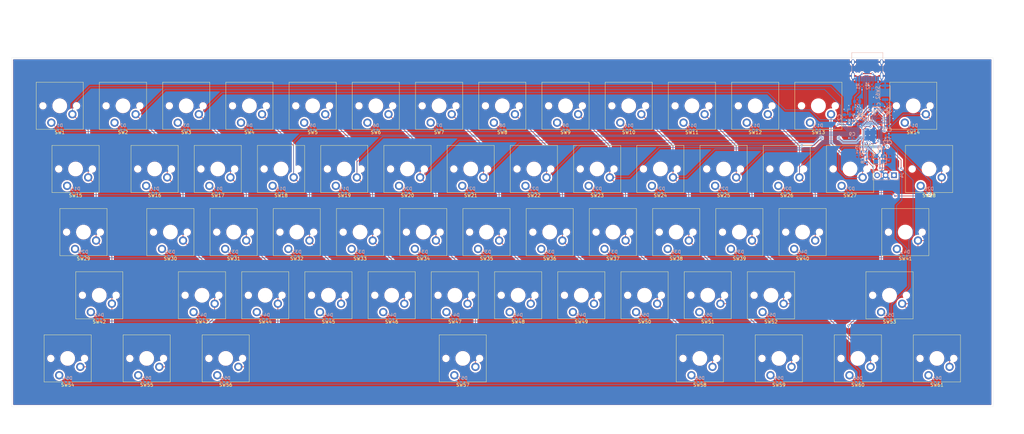
<source format=kicad_pcb>
(kicad_pcb (version 20241229) (generator "pcbnew") (generator_version "9.0")
  (layers (0 "F.Cu" signal) (2 "B.Cu" signal) (13 "F.Paste" user) (15 "B.Paste" user) (5 "F.SilkS" user "F.Silkscreen") (7 "B.SilkS" user "B.Silkscreen") (1 "F.Mask" user) (3 "B.Mask" user) (25 "Edge.Cuts" user))
  (net 0 "")
  (net 1 "GND")
  (net 2 "VBUS")
  (net 3 "+3V3")
  (net 4 "+1V1")
  (net 5 "XIN")
  (net 6 "Net-(C17-Pad2)")
  (net 7 "Row 1")
  (net 8 "Net-(D1-A)")
  (net 9 "Net-(D2-A)")
  (net 10 "Net-(D3-A)")
  (net 11 "Net-(D4-A)")
  (net 12 "Net-(D5-A)")
  (net 13 "Net-(D6-A)")
  (net 14 "Net-(D7-A)")
  (net 15 "Net-(D8-A)")
  (net 16 "Net-(D9-A)")
  (net 17 "Net-(D10-A)")
  (net 18 "Net-(D11-A)")
  (net 19 "Net-(D12-A)")
  (net 20 "Net-(D13-A)")
  (net 21 "Net-(D14-A)")
  (net 22 "Net-(D15-A)")
  (net 23 "Row 2")
  (net 24 "Net-(D16-A)")
  (net 25 "Net-(D17-A)")
  (net 26 "Net-(D18-A)")
  (net 27 "Net-(D19-A)")
  (net 28 "Net-(D20-A)")
  (net 29 "Net-(D21-A)")
  (net 30 "Net-(D22-A)")
  (net 31 "Net-(D23-A)")
  (net 32 "Net-(D24-A)")
  (net 33 "Net-(D25-A)")
  (net 34 "Net-(D26-A)")
  (net 35 "Net-(D27-A)")
  (net 36 "Net-(D28-A)")
  (net 37 "Row 3")
  (net 38 "Net-(D29-A)")
  (net 39 "Net-(D30-A)")
  (net 40 "Net-(D31-A)")
  (net 41 "Net-(D32-A)")
  (net 42 "Net-(D33-A)")
  (net 43 "Net-(D34-A)")
  (net 44 "Net-(D35-A)")
  (net 45 "Net-(D36-A)")
  (net 46 "Net-(D37-A)")
  (net 47 "Net-(D38-A)")
  (net 48 "Net-(D39-A)")
  (net 49 "Net-(D40-A)")
  (net 50 "Net-(D41-A)")
  (net 51 "Net-(D42-A)")
  (net 52 "Row 4")
  (net 53 "Net-(D43-A)")
  (net 54 "Net-(D44-A)")
  (net 55 "Net-(D45-A)")
  (net 56 "Net-(D46-A)")
  (net 57 "Net-(D47-A)")
  (net 58 "Net-(D48-A)")
  (net 59 "Net-(D49-A)")
  (net 60 "Net-(D50-A)")
  (net 61 "Net-(D51-A)")
  (net 62 "Net-(D52-A)")
  (net 63 "Net-(D53-A)")
  (net 64 "Net-(D54-A)")
  (net 65 "Row 5")
  (net 66 "Net-(D55-A)")
  (net 67 "Net-(D56-A)")
  (net 68 "Net-(D57-A)")
  (net 69 "Net-(D58-A)")
  (net 70 "Net-(D59-A)")
  (net 71 "Net-(D60-A)")
  (net 72 "Net-(D61-A)")
  (net 73 "USB_D+")
  (net 74 "USB_D-")
  (net 75 "Net-(J1-CC2)")
  (net 76 "Net-(J1-CC1)")
  (net 77 "SWD")
  (net 78 "SWCLK")
  (net 79 "QSPI_SS")
  (net 80 "Net-(R4-Pad1)")
  (net 81 "Net-(U3-USB_DP)")
  (net 82 "Net-(U3-USB_DM)")
  (net 83 "XOUT")
  (net 84 "Column 1")
  (net 85 "Column 2")
  (net 86 "Column 3")
  (net 87 "Column 4")
  (net 88 "Column 5")
  (net 89 "Column 6")
  (net 90 "Column 7")
  (net 91 "Column 8")
  (net 92 "Column 9")
  (net 93 "Column 10")
  (net 94 "Column 11")
  (net 95 "Column 12")
  (net 96 "Column 13")
  (net 97 "Column 14")
  (net 98 "QSPI_SD0")
  (net 99 "QSPI_SD1")
  (net 100 "QSPI_SD3")
  (net 101 "QSPI_SCLK")
  (net 102 "QSPI_SD2")
  (footprint "PCM_Switch_Keyboard_Cherry_MX:SW_Cherry_MX_PCB_1.00u" (layer "F.Cu") (at 139.50375 65.58 180)
    (property "Reference" "SW4")
    (property "Value" "SW_Push")
  )
  (footprint "PCM_Switch_Keyboard_Cherry_MX:SW_Cherry_MX_PCB_2.00u" (layer "F.Cu") (at 339.52875 65.58 180)
    (property "Reference" "SW14")
    (property "Value" "SW_Push")
  )
  (footprint "PCM_Switch_Keyboard_Cherry_MX:SW_Cherry_MX_PCB_1.00u" (layer "F.Cu") (at 249.04125 103.68 180)
    (property "Reference" "SW37")
    (property "Value" "SW_Push")
  )
  (footprint "PCM_Switch_Keyboard_Cherry_MX:SW_Cherry_MX_PCB_1.50u" (layer "F.Cu") (at 87.11625 84.63 180)
    (property "Reference" "SW15")
    (property "Value" "SW_Push")
  )
  (footprint "PCM_Switch_Keyboard_Cherry_MX:SW_Cherry_MX_PCB_1.00u" (layer "F.Cu") (at 191.89125 103.68 180)
    (property "Reference" "SW34")
    (property "Value" "SW_Push")
  )
  (footprint "PCM_Switch_Keyboard_Cherry_MX:SW_Cherry_MX_PCB_1.25u" (layer "F.Cu") (at 132.36 141.78 180)
    (property "Reference" "SW56")
    (property "Value" "SW_Push")
  )
  (footprint "PCM_Switch_Keyboard_Cherry_MX:SW_Cherry_MX_PCB_1.00u" (layer "F.Cu") (at 258.56625 122.73 180)
    (property "Reference" "SW50")
    (property "Value" "SW_Push")
  )
  (footprint "PCM_Switch_Keyboard_Cherry_MX:SW_Cherry_MX_PCB_1.00u" (layer "F.Cu") (at 215.70375 65.58 180)
    (property "Reference" "SW8")
    (property "Value" "SW_Push")
  )
  (footprint "PCM_Switch_Keyboard_Cherry_MX:SW_Cherry_MX_PCB_1.00u" (layer "F.Cu") (at 153.79125 103.68 180)
    (property "Reference" "SW32")
    (property "Value" "SW_Push")
  )
  (footprint "PCM_Switch_Keyboard_Cherry_MX:SW_Cherry_MX_PCB_1.25u" (layer "F.Cu") (at 108.5475 141.78 180)
    (property "Reference" "SW55")
    (property "Value" "SW_Push")
  )
  (footprint "PCM_Switch_Keyboard_Cherry_MX:SW_Cherry_MX_PCB_1.00u" (layer "F.Cu") (at 129.97875 84.63 180)
    (property "Reference" "SW17")
    (property "Value" "SW_Push")
  )
  (footprint "PCM_Switch_Keyboard_Cherry_MX:SW_Cherry_MX_PCB_1.00u" (layer "F.Cu") (at 187.12875 84.63 180)
    (property "Reference" "SW20")
    (property "Value" "SW_Push")
  )
  (footprint "PCM_Switch_Keyboard_Cherry_MX:SW_Cherry_MX_PCB_1.25u" (layer "F.Cu") (at 299.0475 141.78 180)
    (property "Reference" "SW59")
    (property "Value" "SW_Push")
  )
  (footprint "PCM_Switch_Keyboard_Cherry_MX:SW_Cherry_MX_PCB_1.50u" (layer "F.Cu") (at 344.29125 84.63 180)
    (property "Reference" "SW28")
    (property "Value" "SW_Push")
  )
  (footprint "PCM_Switch_Keyboard_Cherry_MX:SW_Cherry_MX_PCB_1.00u" (layer "F.Cu") (at 277.61625 122.73 180)
    (property "Reference" "SW51")
    (property "Value" "SW_Push")
  )
  (footprint "PCM_Switch_Keyboard_Cherry_MX:SW_Cherry_MX_PCB_1.00u" (layer "F.Cu") (at 201.41625 122.73 180)
    (property "Reference" "SW47")
    (property "Value" "SW_Push")
  )
  (footprint "PCM_Switch_Keyboard_Cherry_MX:SW_Cherry_MX_PCB_1.00u" (layer "F.Cu") (at 158.55375 65.58 180)
    (property "Reference" "SW5")
    (property "Value" "SW_Push")
  )
  (footprint "PCM_Switch_Keyboard_Cherry_MX:SW_Cherry_MX_PCB_1.00u" (layer "F.Cu") (at 234.75375 65.58 180)
    (property "Reference" "SW9")
    (property "Value" "SW_Push")
  )
  (footprint "PCM_Switch_Keyboard_Cherry_MX:SW_Cherry_MX_PCB_1.00u" (layer "F.Cu") (at 296.66625 122.73 180)
    (property "Reference" "SW52")
    (property "Value" "SW_Push")
  )
  (footprint "PCM_Switch_Keyboard_Cherry_MX:SW_Cherry_MX_PCB_1.00u" (layer "F.Cu") (at 168.07875 84.63 180)
    (property "Reference" "SW19")
    (property "Value" "SW_Push")
  )
  (footprint "PCM_Switch_Keyboard_Cherry_MX:SW_Cherry_MX_PCB_1.00u" (layer "F.Cu") (at 272.85375 65.58 180)
    (property "Reference" "SW11")
    (property "Value" "SW_Push")
  )
  (footprint "PCM_Switch_Keyboard_Cherry_MX:SW_Cherry_MX_PCB_1.00u" (layer "F.Cu") (at 253.80375 65.58 180)
    (property "Reference" "SW10")
    (property "Value" "SW_Push")
  )
  (footprint "PCM_Switch_Keyboard_Cherry_MX:SW_Cherry_MX_PCB_1.00u" (layer "F.Cu") (at 268.09125 103.68 180)
    (property "Reference" "SW38")
    (property "Value" "SW_Push")
  )
  (footprint "PCM_Switch_Keyboard_Cherry_MX:SW_Cherry_MX_PCB_1.00u" (layer "F.Cu") (at 244.27875 84.63 180)
    (property "Reference" "SW23")
    (property "Value" "SW_Push")
  )
  (footprint "PCM_Switch_Keyboard_Cherry_MX:SW_Cherry_MX_PCB_2.25u" (layer "F.Cu") (at 94.26 122.73 180)
    (property "Reference" "SW42")
    (property "Value" "SW_Push")
  )
  (footprint "PCM_Switch_Keyboard_Cherry_MX:SW_Cherry_MX_PCB_1.00u" (layer "F.Cu") (at 306.19125 103.68 180)
    (property "Reference" "SW40")
    (property "Value" "SW_Push")
  )
  (footprint "PCM_Switch_Keyboard_Cherry_MX:SW_Cherry_MX_PCB_1.00u" (layer "F.Cu") (at 196.65375 65.58 180)
    (property "Reference" "SW7")
    (property "Value" "SW_Push")
  )
  (footprint "PCM_Switch_Keyboard_Cherry_MX:SW_Cherry_MX_PCB_1.00u" (layer "F.Cu") (at 210.94125 103.68 180)
    (property "Reference" "SW35")
    (property "Value" "SW_Push")
  )
  (footprint "PCM_Switch_Keyboard_Cherry_MX:SW_Cherry_MX_PCB_1.00u" (layer "F.Cu") (at 82.35375 65.58 180)
    (property "Reference" "SW1")
    (property "Value" "SW_Push")
  )
  (footprint "PCM_Switch_Keyboard_Cherry_MX:SW_Cherry_MX_PCB_1.00u" (layer "F.Cu") (at 291.90375 65.58 180)
    (property "Reference" "SW12")
    (property "Value" "SW_Push")
  )
  (footprint "PCM_Switch_Keyboard_Cherry_MX:SW_Cherry_MX_PCB_1.25u" (layer "F.Cu") (at 84.735 141.78 180)
    (property "Reference" "SW54")
    (property "Value" "SW_Push")
  )
  (footprint "PCM_Switch_Keyboard_Cherry_MX:SW_Cherry_MX_PCB_1.00u" (layer "F.Cu") (at 182.36625 122.73 180)
    (property "Reference" "SW46")
    (property "Value" "SW_Push")
  )
  (footprint "PCM_Switch_Keyboard_Cherry_MX:SW_Cherry_MX_PCB_1.00u" (layer "F.Cu") (at 149.02875 84.63 180)
    (property "Reference" "SW18")
    (property "Value" "SW_Push")
  )
  (footprint "PCM_Switch_Keyboard_Cherry_MX:SW_Cherry_MX_PCB_1.00u" (layer "F.Cu") (at 320.47875 84.63 180)
    (property "Reference" "SW27")
    (property "Value" "SW_Push")
  )
  (footprint "PCM_Switch_Keyboard_Cherry_MX:SW_Cherry_MX_PCB_1.00u" (layer "F.Cu") (at 125.21625 122.73 180)
    (property "Reference" "SW43")
    (property "Value" "SW_Push")
  )
  (footprint "PCM_Switch_Keyboard_Cherry_MX:SW_Cherry_MX_PCB_1.00u" (layer "F.Cu") (at 101.40375 65.58 180)
    (property "Reference" "SW2")
    (property "Value" "SW_Push")
  )
  (footprint "PCM_Switch_Keyboard_Cherry_MX:SW_Cherry_MX_PCB_2.75u" (layer "F.Cu") (at 332.385 122.73 180)
    (property "Reference" "SW53")
    (property "Value" "SW_Push")
  )
  (footprint "PCM_Switch_Keyboard_Cherry_MX:SW_Cherry_MX_PCB_1.00u" (layer "F.Cu") (at 206.17875 84.63 180)
    (property "Reference" "SW21")
    (property "Value" "SW_Push")
  )
  (footprint "PCM_Switch_Keyboard_Cherry_MX:SW_Cherry_MX_PCB_6.25u" (layer "F.Cu") (at 203.7975 141.78 180)
    (property "Reference" "SW57")
    (property "Value" "SW_Push")
  )
  (footprint "PCM_Switch_Keyboard_Cherry_MX:SW_Cherry_MX_PCB_1.00u" (layer "F.Cu") (at 239.51625 122.73 180)
    (property "Reference" "SW49")
    (property "Value" "SW_Push")
  )
  (footprint "PCM_Switch_Keyboard_Cherry_MX:SW_Cherry_MX_PCB_1.25u" (layer "F.Cu") (at 346.6725 141.78 180)
    (property "Reference" "SW61")
    (property "Value" "SW_Push")
  )
  (footprint "PCM_Switch_Keyboard_Cherry_MX:SW_Cherry_MX_PCB_1.00u" (layer "F.Cu") (at 115.69125 103.68 180)
    (property "Reference" "SW30")
    (property "Value" "SW_Push")
  )
  (footprint "PCM_Switch_Keyboard_Cherry_MX:SW_Cherry_MX_PCB_1.00u" (layer "F.Cu") (at 110.92875 84.63 180)
    (property "Reference" "SW16")
    (property "Value" "SW_Push")
  )
  (footprint "PCM_Switch_Keyboard_Cherry_MX:SW_Cherry_MX_PCB_1.00u" (layer "F.Cu") (at 144.26625 122.73 180)
    (property "Reference" "SW44")
    (property "Value" "SW_Push")
  )
  (footprint "PCM_Switch_Keyboard_Cherry_MX:SW_Cherry_MX_PCB_1.00u" (layer "F.Cu") (at 172.84125 103.68 180)
    (property "Reference" "SW33")
    (property "Value" "SW_Push")
  )
  (footprint "PCM_Switch_Keyboard_Cherry_MX:SW_Cherry_MX_PCB_1.00u" (layer "F.Cu") (at 301.42875 84.63 180)
    (property "Reference" "SW26")
    (property "Value" "SW_Push")
  )
  (footprint "PCM_Switch_Keyboard_Cherry_MX:SW_Cherry_MX_PCB_1.00u" (layer "F.Cu") (at 120.45375 65.58 180)
    (property "Reference" "SW3")
    (property "Value" "SW_Push")
  )
  (footprint "PCM_Switch_Keyboard_Cherry_MX:SW_Cherry_MX_PCB_1.25u" (layer "F.Cu") (at 275.235 141.78 180)
    (property "Reference" "SW58")
    (property "Value" "SW_Push")
  )
  (footprint "PCM_Switch_Keyboard_Cherry_MX:SW_Cherry_MX_PCB_2.25u" (layer "F.Cu") (at 337.1475 103.68 180)
    (property "Reference" "SW41")
    (property "Value" "SW_Push")
  )
  (footprint "PCM_Switch_Keyboard_Cherry_MX:SW_Cherry_MX_PCB_1.00u" (layer "F.Cu") (at 310.95375 65.58 180)
    (property "Reference" "SW13")
    (property "Value" "SW_Push")
  )
  (footprint "PCM_Switch_Keyboard_Cherry_MX:SW_Cherry_MX_PCB_1.00u" (layer "F.Cu") (at 287.14125 103.68 180)
    (property "Reference" "SW39")
    (property "Value" "SW_Push")
  )
  (footprint "PCM_Switch_Keyboard_Cherry_MX:SW_Cherry_MX_PCB_1.25u" (layer "F.Cu") (at 322.86 141.78 180)
    (property "Reference" "SW60")
    (property "Value" "SW_Push")
  )
  (footprint "PCM_Switch_Keyboard_Cherry_MX:SW_Cherry_MX_PCB_1.00u" (layer "F.Cu") (at 163.31625 122.73 180)
    (property "Reference" "SW45")
    (property "Value" "SW_Push")
  )
  (footprint "PCM_Switch_Keyboard_Cherry_MX:SW_Cherry_MX_PCB_1.00u" (layer "F.Cu") (at 263.32875 84.63 180)
    (property "Reference" "SW24")
    (property "Value" "SW_Push")
  )
  (footprint "PCM_Switch_Keyboard_Cherry_MX:SW_Cherry_MX_PCB_1.00u" (layer "F.Cu") (at 229.99125 103.68 180)
    (property "Reference" "SW36")
    (property "Value" "SW_Push")
  )
  (footprint "PCM_Switch_Keyboard_Cherry_MX:SW_Cherry_MX_PCB_1.00u" (layer "F.Cu") (at 134.74125 103.68 180)
    (property "Reference" "SW31")
    (property "Value" "SW_Push")
  )
  (footprint "PCM_Switch_Keyboard_Cherry_MX:SW_Cherry_MX_PCB_1.75u" (layer "F.Cu") (at 89.4975 103.68 180)
    (property "Reference" "SW29")
    (property "Value" "SW_Push")
  )
  (footprint "PCM_Switch_Keyboard_Cherry_MX:SW_Cherry_MX_PCB_1.00u" (layer "F.Cu") (at 282.37875 84.63 180)
    (property "Reference" "SW25")
    (property "Value" "SW_Push")
  )
  (footprint "PCM_Switch_Keyboard_Cherry_MX:SW_Cherry_MX_PCB_1.00u" (layer "F.Cu") (at 177.60375 65.58 180)
    (property "Reference" "SW6")
    (property "Value" "SW_Push")
  )
  (footprint "PCM_Switch_Keyboard_Cherry_MX:SW_Cherry_MX_PCB_1.00u" (layer "F.Cu") (at 220.46625 122.73 180)
    (property "Reference" "SW48")
    (property "Value" "SW_Push")
  )
  (footprint "PCM_Switch_Keyboard_Cherry_MX:SW_Cherry_MX_PCB_1.00u" (layer "F.Cu") (at 225.22875 84.63 180)
    (property "Reference" "SW22")
    (property "Value" "SW_Push")
  )
  (footprint "Diode_SMD:D_0402_1005Metric" (layer "B.Cu") (at 296.66625 129.87375 180)
    (property "Reference" "D52")
    (property "Value" "D")
  )
  (footprint "Capacitor_SMD:C_0402_1005Metric" (layer "B.Cu") (at 321.13875 75.285 180)
    (property "Reference" "C9")
    (property "Value" "0.1uF")
  )
  (footprint "Button_Switch_SMD:SW_Push_SPST_NO_Alps_SKRK" (layer "B.Cu") (at 331.06875 61.595 -90)
    (property "Reference" "SW62")
    (property "Value" "SW_Push")
  )
  (footprint "Diode_SMD:D_0402_1005Metric" (layer "B.Cu") (at 94.26 129.87375 180)
    (property "Reference" "D42")
    (property "Value" "D")
  )
  (footprint "Crystal:Crystal_SMD_3225-4Pin_3.2x2.5mm" (layer "B.Cu") (at 329.41375 81.56 180)
    (property "Reference" "Y1")
    (property "Value" "12 MHz")
  )
  (footprint "Diode_SMD:D_0402_1005Metric" (layer "B.Cu") (at 215.70375 72.72375 180)
    (property "Reference" "D8")
    (property "Value" "D")
  )
  (footprint "Diode_SMD:D_0402_1005Metric" (layer "B.Cu") (at 89.4975 110.82375 180)
    (property "Reference" "D29")
    (property "Value" "D")
  )
  (footprint "Diode_SMD:D_0402_1005Metric" (layer "B.Cu") (at 206.17875 91.77375 180)
    (property "Reference" "D21")
    (property "Value" "D")
  )
  (footprint "Diode_SMD:D_0402_1005Metric" (layer "B.Cu") (at 115.69125 110.82375 180)
    (property "Reference" "D30")
    (property "Value" "D")
  )
  (footprint "Diode_SMD:D_0402_1005Metric" (layer "B.Cu") (at 301.42875 91.77375 180)
    (property "Reference" "D26")
    (property "Value" "D")
  )
  (footprint "Capacitor_SMD:C_0402_1005Metric" (layer "B.Cu") (at 323.64875 69.285 90)
    (property "Reference" "C6")
    (property "Value" "0.1uF")
  )
  (footprint "Capacitor_SMD:C_0402_1005Metric" (layer "B.Cu") (at 330.02375 79.19 180)
    (property "Reference" "C16")
    (property "Value" "33pF")
  )
  (footprint "Diode_SMD:D_0402_1005Metric" (layer "B.Cu") (at 282.37875 91.77375 180)
    (property "Reference" "D25")
    (property "Value" "D")
  )
  (footprint "Diode_SMD:D_0402_1005Metric" (layer "B.Cu") (at 263.32875 91.77375 180)
    (property "Reference" "D24")
    (property "Value" "D")
  )
  (footprint "Capacitor_SMD:C_0402_1005Metric" (layer "B.Cu") (at 323.42875 79.245 180)
    (property "Reference" "C13")
    (property "Value" "0.1uF")
  )
  (footprint "Diode_SMD:D_0402_1005Metric" (layer "B.Cu") (at 125.21625 129.87375 180)
    (property "Reference" "D43")
    (property "Value" "D")
  )
  (footprint "Capacitor_SMD:C_0402_1005Metric" (layer "B.Cu") (at 322.10875 70.165 180)
    (property "Reference" "C7")
    (property "Value" "1uF")
  )
  (footprint "Capacitor_SMD:C_0603_1608Metric" (layer "B.Cu") (at 318.75875 69.055 -90)
    (property "Reference" "C2")
    (property "Value" "10uF")
  )
  (footprint "Package_SON:Winbond_USON-8-1EP_3x2mm_P0.5mm_EP0.2x1.6mm" (layer "B.Cu") (at 330.87875 68.295 135)
    (property "Reference" "U2")
    (property "Value" "W25Q16JVUXIQ TR")
  )
  (footprint "Resistor_SMD:R_0402_1005Metric" (layer "B.Cu") (at 326.60875 80.955 90)
    (property "Reference" "R7")
    (property "Value" "1K")
  )
  (footprint "Diode_SMD:D_0402_1005Metric" (layer "B.Cu") (at 134.74125 110.82375 180)
    (property "Reference" "D31")
    (property "Value" "D")
  )
  (footprint "Capacitor_SMD:C_0402_1005Metric" (layer "B.Cu") (at 323.55875 80.525 180)
    (property "Reference" "C11")
    (property "Value" "0.1uF")
  )
  (footprint "Diode_SMD:D_0402_1005Metric" (layer "B.Cu") (at 149.02875 91.77375 180)
    (property "Reference" "D18")
    (property "Value" "D")
  )
  (footprint "Diode_SMD:D_0402_1005Metric" (layer "B.Cu") (at 344.29125 91.77375 180)
    (property "Reference" "D28")
    (property "Value" "D")
  )
  (footprint "Diode_SMD:D_0402_1005Metric" (layer "B.Cu") (at 210.94125 110.82375 180)
    (property "Reference" "D35")
    (property "Value" "D")
  )
  (footprint "Diode_SMD:D_0402_1005Metric" (layer "B.Cu") (at 110.92875 91.77375 180)
    (property "Reference" "D16")
    (property "Value" "D")
  )
  (footprint "Diode_SMD:D_0402_1005Metric" (layer "B.Cu") (at 82.35375 72.72375 180)
    (property "Reference" "D1")
    (property "Value" "D")
  )
  (footprint "Diode_SMD:D_0402_1005Metric" (layer "B.Cu") (at 234.75375 72.72375 180)
    (property "Reference" "D9")
    (property "Value" "D")
  )
  (footprint "Diode_SMD:D_0402_1005Metric" (layer "B.Cu") (at 239.51625 129.87375 180)
    (property "Reference" "D49")
    (property "Value" "D")
  )
  (footprint "Diode_SMD:D_0402_1005Metric" (layer "B.Cu") (at 322.86 148.92375 180)
    (property "Reference" "D60")
    (property "Value" "D")
  )
  (footprint "Diode_SMD:D_0402_1005Metric" (layer "B.Cu") (at 84.735 148.92375 180)
    (property "Reference" "D54")
    (property "Value" "D")
  )
  (footprint "Diode_SMD:D_0402_1005Metric" (layer "B.Cu") (at 172.84125 110.82375 180)
    (property "Reference" "D33")
    (property "Value" "D")
  )
  (footprint "Diode_SMD:D_0402_1005Metric" (layer "B.Cu") (at 132.36 148.92375 180)
    (property "Reference" "D56")
    (property "Value" "D")
  )
  (footprint "Diode_SMD:D_0402_1005Metric" (layer "B.Cu") (at 153.79125 110.82375 180)
    (property "Reference" "D32")
    (property "Value" "D")
  )
  (footprint "Diode_SMD:D_0402_1005Metric" (layer "B.Cu") (at 191.89125 110.82375 180)
    (property "Reference" "D34")
    (property "Value" "D")
  )
  (footprint "Capacitor_SMD:C_0402_1005Metric" (layer "B.Cu") (at 326.74875 67.585 90)
    (property "Reference" "C4")
    (property "Value" "1uF")
  )
  (footprint "Diode_SMD:D_0402_1005Metric" (layer "B.Cu") (at 287.14125 110.82375 180)
    (property "Reference" "D39")
    (property "Value" "D")
  )
  (footprint "Diode_SMD:D_0402_1005Metric" (layer "B.Cu") (at 139.50375 72.72375 180)
    (property "Reference" "D4")
    (property "Value" "D")
  )
  (footprint "Capacitor_SMD:C_0402_1005Metric" (layer "B.Cu") (at 332.15375 81.64 -90)
    (property "Reference" "C17")
    (property "Value" "33pF")
  )
  (footprint "Diode_SMD:D_0402_1005Metric" (layer "B.Cu") (at 275.235 148.92375 180)
    (property "Reference" "D58")
    (property "Value" "D")
  )
  (footprint "Diode_SMD:D_0402_1005Metric" (layer "B.Cu") (at 101.40375 72.72375 180)
    (property "Reference" "D2")
    (property "Value" "D")
  )
  (footprint "Diode_SMD:D_0402_1005Metric" (layer "B.Cu") (at 249.04125 110.82375 180)
    (property "Reference" "D37")
    (property "Value" "D")
  )
  (footprint "Capacitor_SMD:C_0402_1005Metric" (layer "B.Cu") (at 331.72875 74.465)
    (property "Reference" "C3")
    (property "Value" "0.1uF")
  )
  (footprint "Diode_SMD:D_0402_1005Metric" (layer "B.Cu") (at 168.07875 91.77375 180)
    (property "Reference" "D19")
    (property "Value" "D")
  )
  (footprint "Capacitor_SMD:C_0402_1005Metric" (layer "B.Cu") (at 327.96875 65.975 90)
    (property "Reference" "C15")
    (property "Value" "0.1uF")
  )
  (footprint "Resistor_SMD:R_0402_1005Metric" (layer "B.Cu") (at 324.07875 59.735 -90)
    (property "Reference" "R1")
    (property "Value" "5.1K")
  )
  (footprint "Diode_SMD:D_0402_1005Metric" (layer "B.Cu") (at 158.55375 72.72375 180)
    (property "Reference" "D5")
    (property "Value" "D")
  )
  (footprint "Connector_USB:USB_C_Receptacle_HRO_TYPE-C-31-M-12" (layer "B.Cu") (at 325.68875 53.42)
    (property "Reference" "J1")
    (property "Value" "USB_C_Receptacle_USB2.0_14P")
  )
  (footprint "Diode_SMD:D_0402_1005Metric" (layer "B.Cu") (at 120.45375 72.72375 180)
    (property "Reference" "D3")
    (property "Value" "D")
  )
  (footprint "Diode_SMD:D_0402_1005Metric" (layer "B.Cu") (at 244.27875 91.77375 180)
    (property "Reference" "D23")
    (property "Value" "D")
  )
  (footprint "Diode_SMD:D_0402_1005Metric" (layer "B.Cu") (at 203.7975 148.92375 180)
    (property "Reference" "D57")
    (property "Value" "D")
  )
  (footprint "Diode_SMD:D_0402_1005Metric" (layer "B.Cu") (at 144.26625 129.87375 180)
    (property "Reference" "D44")
    (property "Value" "D")
  )
  (footprint "Diode_SMD:D_0402_1005Metric" (layer "B.Cu") (at 129.97875 91.77375 180)
    (property "Reference" "D17")
    (property "Value" "D")
  )
  (footprint "Connector_PinHeader_2.54mm:PinHeader_1x03_P2.54mm_Vertical" (layer "B.Cu") (at 333.73875 86.525 90)
    (property "Reference" "J4")
    (property "Value" "Conn_01x03")
  )
  (footprint "Diode_SMD:D_0402_1005Metric" (layer "B.Cu") (at 310.95375 72.72375 180)
    (property "Reference" "D13")
    (property "Value" "D")
  )
  (footprint "Diode_SMD:D_0402_1005Metric" (layer "B.Cu") (at 220.46625 129.87375 180)
    (property "Reference" "D48")
    (property "Value" "D")
  )
  (footprint "Diode_SMD:D_0402_1005Metric" (layer "B.Cu") (at 332.385 129.87375 180)
    (property "Reference" "D53")
    (property "Value" "D")
  )
  (footprint "Diode_SMD:D_0402_1005Metric" (layer "B.Cu") (at 182.36625 129.87375 180)
    (property "Reference" "D46")
    (property "Value" "D")
  )
  (footprint "Capacitor_SMD:C_0603_1608Metric" (layer "B.Cu") (at 322.62875 64.255)
    (property "Reference" "C1")
    (property "Value" "10uF")
  )
  (footprint "Capacitor_SMD:C_0402_1005Metric" (layer "B.Cu") (at 331.75875 75.495)
    (property "Reference" "C12")
    (property "Value" "0.1uF")
  )
  (footprint "Diode_SMD:D_0402_1005Metric" (layer "B.Cu") (at 108.5475 148.92375 180)
    (property "Reference" "D55")
    (property "Value" "D")
  )
  (footprint "Diode_SMD:D_0402_1005Metric" (layer "B.Cu") (at 268.09125 110.82375 180)
    (property "Reference" "D38")
    (property "Value" "D")
  )
  (footprint "Diode_SMD:D_0402_1005Metric" (layer "B.Cu") (at 201.41625 129.87375 180)
    (property "Reference" "D47")
    (property "Value" "D")
  )
  (footprint "Package_TO_SOT_SMD:SOT-23" (layer "B.Cu") (at 321.38875 67.295 90)
    (property "Reference" "U1")
    (property "Value" "MCP1700x-330xxTT")
  )
  (footprint "Diode_SMD:D_0402_1005Metric" (layer "B.Cu") (at 253.80375 72.72375 180)
    (property "Reference" "D10")
    (property "Value" "D")
  )
  (footprint "Diode_SMD:D_0402_1005Metric" (layer "B.Cu") (at 229.99125 110.82375 180)
    (property "Reference" "D36")
    (property "Value" "D")
  )
  (footprint "Resistor_SMD:R_0402_1005Metric" (layer "B.Cu") (at 324.62875 68.765 -90)
    (property "Reference" "R6")
    (property "Value" "27" (hide yes))
  )
  (footprint "Diode_SMD:D_0402_1005Metric" (layer "B.Cu") (at 339.52875 72.72375 180)
    (property "Reference" "D14")
    (property "Value" "D")
  )
  (footprint "Diode_SMD:D_0402_1005Metric" (layer "B.Cu") (at 225.22875 91.77375 180)
    (property "Reference" "D22")
    (property "Value" "D")
  )
  (footprint "Diode_SMD:D_0402_1005Metric" (layer "B.Cu") (at 258.56625 129.87375 180)
    (property "Reference" "D50")
    (property "Value" "D")
  )
  (footprint "Diode_SMD:D_0402_1005Metric" (layer "B.Cu") (at 277.61625 129.87375 180)
    (property "Reference" "D51")
    (property "Value" "D")
  )
  (footprint "Diode_SMD:D_0402_1005Metric" (layer "B.Cu") (at 337.1475 110.82375 180)
    (property "Reference" "D41")
    (property "Value" "D")
  )
  (footprint "Resistor_SMD:R_0402_1005Metric" (layer "B.Cu") (at 325.74875 68.765 -90)
    (property "Reference" "R5")
    (property "Value" "27" (hide yes))
  )
  (footprint "Package_DFN_QFN:QFN-56-1EP_7x7mm_P0.4mm_EP3.2x3.2mm" (layer "B.Cu") (at 326.38875 74.485 180)
    (property "Reference" "U3")
    (property "Value" "RP2040")
  )
  (footprint "Diode_SMD:D_0402_1005Metric" (layer "B.Cu") (at 306.19125 110.82375 180)
    (property "Reference" "D40")
    (property "Value" "D")
  )
  (footprint "Diode_SMD:D_0402_1005Metric" (layer "B.Cu") (at 299.0475 148.92375 180)
    (property "Reference" "D59")
    (property "Value" "D")
  )
  (footprint "Resistor_SMD:R_0402_1005Metric" (layer "B.Cu") (at 327.06875 59.745 -90)
    (property "Reference" "R2")
    (property "Value" "5.1K")
  )
  (footprint "Diode_SMD:D_0402_1005Metric" (layer "B.Cu") (at 320.47875 91.77375 180)
    (property "Reference" "D27")
    (property "Value" "D")
  )
  (footprint "Resistor_SMD:R_0402_1005Metric" (layer "B.Cu") (at 332.14875 65.055)
    (property "Reference" "R4")
    (property "Value" "1K")
  )
  (footprint "Diode_SMD:D_0402_1005Metric" (layer "B.Cu") (at 346.6725 148.92375 180)
    (property "Reference" "D61")
    (property "Value" "D")
  )
  (footprint "Diode_SMD:D_0402_1005Metric" (layer "B.Cu") (at 87.11625 91.77375 180)
    (property "Reference" "D15")
    (property "Value" "D")
  )
  (footprint "Diode_SMD:D_0402_1005Metric" (layer "B.Cu") (at 177.60375 72.72375 180)
    (property "Reference" "D6")
    (property "Value" "D")
  )
  (footprint "Diode_SMD:D_0402_1005Metric" (layer "B.Cu") (at 196.65375 72.72375 180)
    (property "Reference" "D7")
    (property "Value" "D")
  )
  (footprint "Diode_SMD:D_0402_1005Metric" (layer "B.Cu") (at 187.12875 91.77375 180)
    (property "Reference" "D20")
    (property "Value" "D")
  )
  (footprint "Diode_SMD:D_0402_1005Metric" (layer "B.Cu") (at 291.90375 72.72375 180)
    (property "Reference" "D12")
    (property "Value" "D")
  )
  (footprint "Capacitor_SMD:C_0402_1005Metric" (layer "B.Cu") (at 325.50875 82.045 -90)
    (property "Reference" "C8")
    (property "Value" "0.1uF")
  )
  (footprint "Resistor_SMD:R_0402_1005Metric" (layer "B.Cu") (at 332.18875 66.765 -45)
    (property "Reference" "R3")
    (property "Value" "10K")
  )
  (footprint "Capacitor_SMD:C_0402_1005Metric" (layer "B.Cu") (at 325.18875 79.865 -90)
    (property "Reference" "C5")
    (property "Value" "0.1uF")
  )
  (footprint "Capacitor_SMD:C_0402_1005Metric" (layer "B.Cu") (at 321.22875 71.295 180)
    (property "Reference" "C10")
    (property "Value" "0.1uF")
  )
  (footprint "Capacitor_SMD:C_0402_1005Metric" (layer "B.Cu") (at 331.66875 71.635)
    (property "Reference" "C14")
    (property "Value" "0.1uF")
  )
  (footprint "Diode_SMD:D_0402_1005Metric" (layer "B.Cu") (at 272.85375 72.72375 180)
    (property "Reference" "D11")
    (property "Value" "D")
  )
  (footprint "Diode_SMD:D_0402_1005Metric" (layer "B.Cu") (at 163.31625 129.87375 180)
    (property "Reference" "D45")
    (property "Value" "D")
  )
  (gr_rect (start 67.82875 51.055) (end 363.57875 156.305) (stroke (width 0.05)) (fill no) (layer "Edge.Cuts"))
  (via (at 326.38875 74.485) (size 0.6) (drill 0.3) (layers "F.Cu" "B.Cu") (net 1))
  (via (at 323.69875 67.185) (size 0.6) (drill 0.3) (layers "F.Cu" "B.Cu") (net 1))
  (via (at 320.37875 69.995) (size 0.6) (drill 0.3) (layers "F.Cu" "B.Cu") (net 1))
  (via (at 321.31875 69.735) (size 0.6) (drill 0.3) (layers "F.Cu" "B.Cu") (net 1))
  (via (at 332.17875 73.935) (size 0.6) (drill 0.3) (layers "F.Cu" "B.Cu") (net 1))
  (via (at 322.76875 67.475) (size 0.6) (drill 0.3) (layers "F.Cu" "B.Cu") (net 1))
  (via (at 333.78875 67.315) (size 0.6) (drill 0.3) (layers "F.Cu" "B.Cu") (net 1))
  (via (at 322.73875 65.775) (size 0.6) (drill 0.3) (layers "F.Cu" "B.Cu") (net 1))
  (via (at 332.67875 71.115) (size 0.6) (drill 0.3) (layers "F.Cu" "B.Cu") (net 1))
  (via (at 333.43875 69.405) (size 0.6) (drill 0.3) (layers "F.Cu" "B.Cu") (net 1))
  (via (at 323.65875 66.175) (size 0.6) (drill 0.3) (layers "F.Cu" "B.Cu") (net 1))
  (via (at 328.17875 75.635) (size 0.6) (drill 0.3) (layers "F.Cu" "B.Cu") (net 1))
  (via (at 320.13875 75.295) (size 0.6) (drill 0.3) (layers "F.Cu" "B.Cu") (net 1))
  (via (at 325.15875 74.585) (size 0.6) (drill 0.3) (layers "F.Cu" "B.Cu") (net 1))
  (via (at 326.14875 59.465) (size 0.6) (drill 0.3) (layers "F.Cu" "B.Cu") (net 1))
  (via (at 319.39875 69.965) (size 0.6) (drill 0.3) (layers "F.Cu" "B.Cu") (net 1))
  (via (at 326.41875 72.835) (size 0.6) (drill 0.3) (layers "F.Cu" "B.Cu") (net 1))
  (via (at 321.78875 68.105) (size 0.6) (drill 0.3) (layers "F.Cu" "B.Cu") (net 1))
  (via (at 326.34875 76.095) (size 0.6) (drill 0.3) (layers "F.Cu" "B.Cu") (net 1))
  (via (at 328.94875 58.375) (size 0.6) (drill 0.3) (layers "F.Cu" "B.Cu") (net 1))
  (via (at 325.21875 72.875) (size 0.6) (drill 0.3) (layers "F.Cu" "B.Cu") (net 1))
  (via (at 330.04875 69.905) (size 0.6) (drill 0.3) (layers "F.Cu" "B.Cu") (net 1))
  (via (at 325.52875 83.065) (size 0.6) (drill 0.3) (layers "F.Cu" "B.Cu") (net 1))
  (via (at 328.24875 74.415) (size 0.6) (drill 0.3) (layers "F.Cu" "B.Cu") (net 1))
  (via (at 327.55875 81.845) (size 0.6) (drill 0.3) (layers "F.Cu" "B.Cu") (net 1))
  (via (at 324.28875 81.485) (size 0.6) (drill 0.3) (layers "F.Cu" "B.Cu") (net 1))
  (via (at 326.18875 67.005) (size 0.6) (drill 0.3) (layers "F.Cu" "B.Cu") (net 1))
  (via (at 330.92875 65.805) (size 0.6) (drill 0.3) (layers "F.Cu" "B.Cu") (net 1))
  (via (at 320.09875 65.485) (size 0.6) (drill 0.3) (layers "F.Cu" "B.Cu") (net 1))
  (via (at 328.20875 72.745) (size 0.6) (drill 0.3) (layers "F.Cu" "B.Cu") (net 1))
  (via (at 318.69875 66.615) (size 0.6) (drill 0.3) (layers "F.Cu" "B.Cu") (net 1))
  (via (at 324.09875 60.745) (size 0.6) (drill 0.3) (layers "F.Cu" "B.Cu") (net 1))
  (via (at 327.56875 62.945) (size 0.6) (drill 0.3) (layers "F.Cu" "B.Cu") (net 1))
  (segment (start 330.01375 80.71) (end 328.31375 82.41) (width 0.18) (layer "B.Cu") (net 1))
  (segment (start 322.76875 67.475) (end 322.76875 67.8025) (width 0.18) (layer "B.Cu") (net 1))
  (segment (start 330.51375 80.71) (end 330.01375 80.71) (width 0.18) (layer "B.Cu") (net 1))
  (segment (start 326.64875 67.005) (end 326.74875 67.105) (width 0.18) (layer "B.Cu") (net 1))
  (segment (start 322.33875 66.175) (end 322.33875 68.2325) (width 0.18) (layer "B.Cu") (net 1))
  (segment (start 330.96375 81.16) (end 330.51375 80.71) (width 0.18) (layer "B.Cu") (net 1))
  (segment (start 325.52875 83.065) (end 325.52875 82.545) (width 0.18) (layer "B.Cu") (net 1))
  (segment (start 321.78875 68.105) (end 322.21125 68.105) (width 0.18) (layer "B.Cu") (net 1))
  (segment (start 320.74875 71.045) (end 321.62875 70.165) (width 0.18) (layer "B.Cu") (net 1))
  (segment (start 331.284004 69.905) (end 331.356047 69.832957) (width 0.18) (layer "B.Cu") (net 1))
  (segment (start 332.67875 71.115) (end 332.66875 71.115) (width 0.18) (layer "B.Cu") (net 1))
  (segment (start 326.18875 67.005) (end 326.64875 67.005) (width 0.18) (layer "B.Cu") (net 1))
  (segment (start 322.33875 68.2325) (end 323.07625 68.2325) (width 0.18) (layer "B.Cu") (net 1))
  (segment (start 330.04875 69.905) (end 331.284004 69.905) (width 0.18) (layer "B.Cu") (net 1))
  (segment (start 324.28875 81.245) (end 325.18875 80.345) (width 0.18) (layer "B.Cu") (net 1))
  (segment (start 322.73875 65.775) (end 322.33875 66.175) (width 0.18) (layer "B.Cu") (net 1))
  (segment (start 322.76875 67.8025) (end 322.33875 68.2325) (width 0.18) (layer "B.Cu") (net 1))
  (segment (start 325.52875 82.545) (end 325.50875 82.525) (width 0.18) (layer "B.Cu") (net 1))
  (segment (start 332.15375 81.16) (end 330.96375 81.16) (width 0.18) (layer "B.Cu") (net 1))
  (segment (start 323.69875 67.185) (end 323.69875 68.755) (width 0.18) (layer "B.Cu") (net 1))
  (segment (start 323.69875 68.755) (end 323.64875 68.805) (width 0.18) (layer "B.Cu") (net 1))
  (segment (start 320.74875 71.295) (end 320.74875 71.045) (width 0.18) (layer "B.Cu") (net 1))
  (segment (start 323.07625 68.2325) (end 323.64875 68.805) (width 0.18) (layer "B.Cu") (net 1))
  (segment (start 327.38875 77.9225) (end 327.38875 76.425) (width 0.18) (layer "B.Cu") (net 1))
  (segment (start 327.38875 76.425) (end 328.17875 75.635) (width 0.18) (layer "B.Cu") (net 1))
  (segment (start 324.28875 81.485) (end 324.28875 81.245) (width 0.18) (layer "B.Cu") (net 1))
  (segment (start 322.21125 68.105) (end 322.33875 68.2325) (width 0.18) (layer "B.Cu") (net 1))
  (segment (start 332.66875 71.115) (end 332.14875 71.635) (width 0.18) (layer "B.Cu") (net 1))
  (segment (start 327.20875 55.855) (end 324.14875 55.855) (width 0.3) (layer "F.Cu") (net 2))
  (segment (start 327.17875 55.885) (end 327.20875 55.855) (width 0.18) (layer "F.Cu") (net 2))
  (segment (start 324.14875 55.855) (end 324.11875 55.885) (width 0.3) (layer "F.Cu") (net 2))
  (via (at 327.20875 55.855) (size 0.6) (drill 0.3) (layers "F.Cu" "B.Cu") (net 2))
  (via (at 324.11875 55.885) (size 0.6) (drill 0.3) (layers "F.Cu" "B.Cu") (net 2))
  (segment (start 321.85375 62.975) (end 323.23875 61.59) (width 0.3) (layer "B.Cu") (net 2))
  (segment (start 327.20875 55.855) (end 328.13875 56.785) (width 0.3) (layer "B.Cu") (net 2))
  (segment (start 321.85375 64.255) (end 321.85375 62.975) (width 0.3) (layer "B.Cu") (net 2))
  (segment (start 321.85375 65.8925) (end 321.38875 66.3575) (width 0.3) (layer "B.Cu") (net 2))
  (segment (start 321.85375 64.255) (end 321.85375 65.8925) (width 0.3) (layer "B.Cu") (net 2))
  (segment (start 323.23875 56.765) (end 324.11875 55.885) (width 0.3) (layer "B.Cu") (net 2))
  (segment (start 323.23875 57.465) (end 323.23875 56.765) (width 0.3) (layer "B.Cu") (net 2))
  (segment (start 328.13875 56.785) (end 328.13875 57.465) (width 0.3) (layer "B.Cu") (net 2))
  (segment (start 323.23875 57.465) (end 323.23875 61.59) (width 0.3) (layer "B.Cu") (net 2))
  (segment (start 326.647878 76.985017) (end 328.205369 76.985017) (width 0.18) (layer "F.Cu") (net 3))
  (segment (start 327.55875 67.178611) (end 327.485139 67.178611) (width 0.18) (layer "F.Cu") (net 3))
  (segment (start 325.98875 68.675) (end 325.98875 70.255) (width 0.18) (layer "F.Cu") (net 3))
  (segment (start 325.98875 70.255) (end 325.689721 70.255) (width 0.18) (layer "F.Cu") (net 3))
  (segment (start 325.98875 70.255) (end 327.217948 70.255) (width 0.18) (layer "F.Cu") (net 3))
  (segment (start 325.689721 70.255) (end 324.079004 71.865717) (width 0.18) (layer "F.Cu") (net 3))
  (segment (start 327.217948 70.255) (end 328.947947 71.984999) (width 0.18) (layer "F.Cu") (net 3))
  (segment (start 327.485139 67.178611) (end 325.98875 68.675) (width 0.18) (layer "F.Cu") (net 3))
  (segment (start 328.205369 76.985017) (end 328.88875 76.301636) (width 0.18) (layer "F.Cu") (net 3))
  (via (at 326.647878 76.985017) (size 0.6) (drill 0.3) (layers "F.Cu" "B.Cu") (net 3))
  (via (at 327.55875 67.178611) (size 0.6) (drill 0.3) (layers "F.Cu" "B.Cu") (net 3))
  (via (at 324.079004 71.865717) (size 0.6) (drill 0.3) (layers "F.Cu" "B.Cu") (net 3))
  (via (at 328.88875 76.301636) (size 0.6) (drill 0.3) (layers "F.Cu" "B.Cu") (net 3))
  (via (at 328.947947 71.984999) (size 0.6) (drill 0.3) (layers "F.Cu" "B.Cu") (net 3))
  (via (at 325.98875 70.255) (size 0.6) (drill 0.3) (layers "F.Cu" "B.Cu") (net 3))
  (segment (start 331.24875 75.465) (end 331.27875 75.495) (width 0.18) (layer "B.Cu") (net 3))
  (segment (start 328.88875 76.301636) (end 328.88875 75.883368) (width 0.18) (layer "B.Cu") (net 3))
  (segment (start 326.18875 77.9225) (end 326.18875 77.401368) (width 0.18) (layer "B.Cu") (net 3))
  (segment (start 322.58875 70.165) (end 322.58875 70.415) (width 0.18) (layer "B.Cu") (net 3))
  (segment (start 322.36125 71.295) (end 322.95125 71.885) (width 0.18) (layer "B.Cu") (net 3))
  (segment (start 318.80625 68.2325) (end 318.75875 68.28) (width 0.18) (layer "B.Cu") (net 3))
  (segment (start 330.93875 71.885) (end 331.18875 71.635) (width 0.18) (layer "B.Cu") (net 3))
  (segment (start 324.410945 72.823564) (end 324.410945 75.253041) (width 0.18) (layer "B.Cu") (net 3))
  (segment (start 330.401453 66.757043) (end 331.475459 66.757043) (width 0.18) (layer "B.Cu") (net 3))
  (segment (start 331.475459 66.757043) (end 331.828126 66.404376) (width 0.18) (layer "B.Cu") (net 3))
  (segment (start 321.72875 71.315) (end 321.70875 71.295) (width 0.18) (layer "B.Cu") (net 3))
  (segment (start 318.75875 68.28) (end 320.39125 68.28) (width 0.3) (layer "B.Cu") (net 3))
  (segment (start 324.03875 80.225056) (end 324.03875 80.525) (width 0.18) (layer "B.Cu") (net 3))
  (segment (start 325.788749 70.455001) (end 325.98875 70.255) (width 0.18) (layer "B.Cu") (net 3))
  (segment (start 322.58875 69.945) (end 322.58875 70.165) (width 0.3) (layer "B.Cu") (net 3))
  (segment (start 326.18875 77.401368) (end 326.605101 76.985017) (width 0.18) (layer "B.Cu") (net 3))
  (segment (start 323.472382 75.485) (end 322.95125 75.485) (width 0.18) (layer "B.Cu") (net 3))
  (segment (start 325.788749 71.0475) (end 325.788749 70.455001) (width 0.18) (layer "B.Cu") (net 3))
  (segment (start 320.43875 68.2325) (end 320.65625 68.2325) (width 0.18) (layer "B.Cu") (net 3))
  (segment (start 329.82625 75.485) (end 331.26875 75.485) (width 0.18) (layer "B.Cu") (net 3))
  (segment (start 323.78875 71.575463) (end 324.079004 71.865717) (width 0.18) (layer "B.Cu") (net 3))
  (segment (start 322.970533 71.865717) (end 322.95125 71.885) (width 0.18) (layer "B.Cu") (net 3))
  (segment (start 325.78975 79.484) (end 326.18875 79.085) (width 0.18) (layer "B.Cu") (net 3))
  (segment (start 324.079004 71.865717) (end 324.079004 71.157247) (width 0.18) (layer "B.Cu") (net 3))
  (segment (start 327.96875 66.455) (end 328.04097 66.38278) (width 0.18) (layer "B.Cu") (net 3))
  (segment (start 326.18875 71.0475) (end 326.18875 70.455) (width 0.18) (layer "B.Cu") (net 3))
  (segment (start 323.472381 71.885) (end 324.410945 72.823564) (width 0.18) (layer "B.Cu") (net 3))
  (segment (start 328.04097 66.38278) (end 330.02719 66.38278) (width 0.18) (layer "B.Cu") (net 3))
  (segment (start 322.95125 71.885) (end 322.95125 70.5275) (width 0.18) (layer "B.Cu") (net 3))
  (segment (start 320.39125 68.28) (end 320.43875 68.2325) (width 0.3) (layer "B.Cu") (net 3))
  (segment (start 324.079004 71.157247) (end 324.188751 71.0475) (width 0.18) (layer "B.Cu") (net 3))
  (segment (start 331.26875 75.485) (end 331.27875 75.495) (width 0.18) (layer "B.Cu") (net 3))
  (segment (start 326.18875 70.455) (end 325.98875 70.255) (width 0.18) (layer "B.Cu") (net 3))
  (segment (start 329.82625 71.885) (end 330.93875 71.885) (width 0.18) (layer "B.Cu") (net 3))
  (segment (start 328.947947 71.984999) (end 329.047946 71.885) (width 0.18) (layer "B.Cu") (net 3))
  (segment (start 324.58875 77.401367) (end 324.58875 77.9225) (width 0.18) (layer "B.Cu") (net 3))
  (segment (start 329.287118 75.485) (end 329.82625 75.485) (width 0.18) (layer "B.Cu") (net 3))
  (segment (start 323.90875 79.245) (end 324.58875 78.565) (width 0.18) (layer "B.Cu") (net 3))
  (segment (start 327.96875 66.768611) (end 327.55875 67.178611) (width 0.18) (layer "B.Cu") (net 3))
  (segment (start 323.90875 79.245) (end 323.90875 80.395) (width 0.18) (layer "B.Cu") (net 3))
  (segment (start 330.02719 66.38278) (end 330.401453 66.757043) (width 0.18) (layer "B.Cu") (net 3))
  (segment (start 322.95125 70.5275) (end 322.58875 70.165) (width 0.18) (layer "B.Cu") (net 3))
  (segment (start 322.95125 71.885) (end 323.78875 71.0475) (width 0.18) (layer "B.Cu") (net 3))
  (segment (start 329.047946 71.885) (end 329.82625 71.885) (width 0.18) (layer "B.Cu") (net 3))
  (segment (start 326.18875 79.085) (end 326.18875 77.9225) (width 0.18) (layer "B.Cu") (net 3))
  (segment (start 321.70875 71.295) (end 322.36125 71.295) (width 0.18) (layer "B.Cu") (net 3))
  (segment (start 323.78875 71.0475) (end 324.188751 71.0475) (width 0.18) (layer "B.Cu") (net 3))
  (segment (start 328.88875 75.883368) (end 329.287118 75.485) (width 0.18) (layer "B.Cu") (net 3))
  (segment (start 325.78975 81.284) (end 325.78975 79.484) (width 0.18) (layer "B.Cu") (net 3))
  (segment (start 329.09775 72.092369) (end 329.09775 75.295632) (width 0.18) (layer "B.Cu") (net 3))
  (segment (start 322.90625 70.165) (end 323.78875 71.0475) (width 0.18) (layer "B.Cu") (net 3))
  (segment (start 324.064746 76.877363) (end 324.58875 77.401367) (width 0.18) (layer "B.Cu") (net 3))
  (segment (start 324.410945 75.253041) (end 324.064746 75.59924) (width 0.18) (layer "B.Cu") (net 3))
  (segment (start 329.82625 71.885) (end 329.305119 71.885) (width 0.18) (layer "B.Cu") (net 3))
  (segment (start 325.50875 81.565) (end 325.78975 81.284) (width 0.18) (layer "B.Cu") (net 3))
  (segment (start 322.95125 71.885) (end 323.472381 71.885) (width 0.18) (layer "B.Cu") (net 3))
  (segment (start 323.90875 80.395) (end 324.03875 80.525) (width 0.18) (layer "B.Cu") (net 3))
  (segment (start 322.58875 70.165) (end 322.90625 70.165) (width 0.18) (layer "B.Cu") (net 3))
  (segment (start 321.61875 75.285) (end 321.81875 75.485) (width 0.18) (layer "B.Cu") (net 3))
  (segment (start 323.78875 71.0475) (end 323.78875 71.575463) (width 0.18) (layer "B.Cu") (net 3))
  (segment (start 331.24875 74.465) (end 331.24875 75.465) (width 0.18) (layer "B.Cu") (net 3))
  (segment (start 322.58875 70.415) (end 321.70875 71.295) (width 0.18) (layer "B.Cu") (net 3))
  (segment (start 320.43875 68.2325) (end 320.87625 68.2325) (width 0.3) (layer "B.Cu") (net 3))
  (segment (start 321.81875 75.485) (end 322.95125 75.485) (width 0.18) (layer "B.Cu") (net 3))
  (segment (start 327.96875 66.455) (end 327.96875 66.768611) (width 0.18) (layer "B.Cu") (net 3))
  (segment (start 326.605101 76.985017) (end 326.647878 76.985017) (width 0.18) (layer "B.Cu") (net 3))
  (segment (start 324.064746 75.59924) (end 323.586622 75.59924) (width 0.18) (layer "B.Cu") (net 3))
  (segment (start 324.079004 71.865717) (end 322.970533 71.865717) (width 0.18) (layer "B.Cu") (net 3))
  (segment (start 323.586622 75.59924) (end 323.472382 75.485) (width 0.18) (layer "B.Cu") (net 3))
  (segment (start 329.09775 75.295632) (end 329.287118 75.485) (width 0.18) (layer "B.Cu") (net 3))
  (segment (start 320.87625 68.2325) (end 322.58875 69.945) (width 0.3) (layer "B.Cu") (net 3))
  (segment (start 324.064746 75.59924) (end 324.064746 76.877363) (width 0.18) (layer "B.Cu") (net 3))
  (segment (start 329.305119 71.885) (end 329.09775 72.092369) (width 0.18) (layer "B.Cu") (net 3))
  (segment (start 324.58875 78.565) (end 324.58875 77.9225) (width 0.18) (layer "B.Cu") (net 3))
  (segment (start 324.48875 76.362756) (end 324.48875 72.769199) (width 0.18) (layer "F.Cu") (net 4))
  (segment (start 324.263539 76.587967) (end 324.48875 76.362756) (width 0.18) (layer "F.Cu") (net 4))
  (segment (start 325.393524 71.864425) (end 326.594068 71.864425) (width 0.18) (layer "F.Cu") (net 4))
  (segment (start 324.78073 79.385) (end 324.263539 78.867809) (width 0.18) (layer "F.Cu") (net 4))
  (segment (start 324.263539 78.867809) (end 324.263539 76.587967) (width 0.18) (layer "F.Cu") (net 4))
  (segment (start 324.48875 72.769199) (end 325.393524 71.864425) (width 0.18) (layer "F.Cu") (net 4))
  (via (at 324.78073 79.385) (size 0.6) (drill 0.3) (layers "F.Cu" "B.Cu") (net 4))
  (via (at 326.594068 71.864425) (size 0.6) (drill 0.3) (layers "F.Cu" "B.Cu") (net 4))
  (segment (start 325.18875 79.385) (end 324.78073 79.385) (width 0.18) (layer "B.Cu") (net 4))
  (segment (start 326.381382 71.776) (end 326.58875 71.568632) (width 0.18) (layer "B.Cu") (net 4))
  (segment (start 326.74875 68.065) (end 326.58875 68.225) (width 0.18) (layer "B.Cu") (net 4))
  (segment (start 326.594068 71.864425) (end 326.469807 71.864425) (width 0.18) (layer "B.Cu") (net 4))
  (segment (start 326.58875 71.568632) (end 326.58875 71.0475) (width 0.18) (layer "B.Cu") (net 4))
  (segment (start 326.469807 71.864425) (end 326.381382 71.776) (width 0.18) (layer "B.Cu") (net 4))
  (segment (start 324.796118 71.776) (end 326.381382 71.776) (width 0.18) (layer "B.Cu") (net 4))
  (segment (start 325.788749 77.9225) (end 325.788749 78.785001) (width 0.18) (layer "B.Cu") (net 4))
  (segment (start 324.58875 70.505) (end 324.58875 71.0475) (width 0.18) (layer "B.Cu") (net 4))
  (segment (start 326.594068 71.052818) (end 326.58875 71.0475) (width 0.18) (layer "B.Cu") (net 4))
  (segment (start 323.84875 69.765) (end 324.58875 70.505) (width 0.18) (layer "B.Cu") (net 4))
  (segment (start 326.58875 68.225) (end 326.58875 71.0475) (width 0.18) (layer "B.Cu") (net 4))
  (segment (start 324.58875 71.568632) (end 324.796118 71.776) (width 0.18) (layer "B.Cu") (net 4))
  (segment (start 326.594068 71.864425) (end 326.594068 71.052818) (width 0.18) (layer "B.Cu") (net 4))
  (segment (start 323.64875 69.765) (end 323.84875 69.765) (width 0.18) (layer "B.Cu") (net 4))
  (segment (start 324.58875 71.0475) (end 324.58875 71.568632) (width 0.18) (layer "B.Cu") (net 4))
  (segment (start 325.788749 78.785001) (end 325.18875 79.385) (width 0.18) (layer "B.Cu") (net 4))
  (segment (start 329.54375 79.48) (end 329.54375 79.19) (width 0.18) (layer "B.Cu") (net 5))
  (segment (start 328.31375 80.71) (end 329.54375 79.48) (width 0.18) (layer "B.Cu") (net 5))
  (segment (start 328.31375 80.71) (end 326.988751 79.385001) (width 0.18) (layer "B.Cu") (net 5))
  (segment (start 326.988751 79.385001) (end 326.988751 77.9225) (width 0.18) (layer "B.Cu") (net 5))
  (segment (start 329.62275 83.301) (end 327.47475 83.301) (width 0.18) (layer "B.Cu") (net 6))
  (segment (start 327.47475 83.301) (end 326.60875 82.435) (width 0.18) (layer "B.Cu") (net 6))
  (segment (start 332.15375 82.12) (end 330.80375 82.12) (width 0.18) (layer "B.Cu") (net 6))
  (segment (start 326.60875 82.435) (end 326.60875 81.465) (width 0.18) (layer "B.Cu") (net 6))
  (segment (start 330.51375 82.41) (end 329.62275 83.301) (width 0.18) (layer "B.Cu") (net 6))
  (segment (start 330.80375 82.12) (end 330.51375 82.41) (width 0.18) (layer "B.Cu") (net 6))
  (segment (start 328.34875 65.905) (end 330.84875 68.405) (width 0.18) (layer "F.Cu") (net 7))
  (segment (start 316.841017 71.206588) (end 320.847161 71.206588) (width 0.18) (layer "F.Cu") (net 7))
  (segment (start 326.148749 65.905) (end 328.34875 65.905) (width 0.18) (layer "F.Cu") (net 7))
  (segment (start 330.84875 68.405) (end 330.84875 72.875001) (width 0.18) (layer "F.Cu") (net 7))
  (segment (start 320.847161 71.206588) (end 326.148749 65.905) (width 0.18) (layer "F.Cu") (net 7))
  (via (at 316.841017 71.206588) (size 0.6) (drill 0.3) (layers "F.Cu" "B.Cu") (net 7))
  (via (at 330.84875 72.875001) (size 0.6) (drill 0.3) (layers "F.Cu" "B.Cu") (net 7))
  (segment (start 216.80975 73.34475) (end 234.61775 73.34475) (width 0.2) (layer "B.Cu") (net 7))
  (segment (start 159.65975 73.34475) (end 177.46775 73.34475) (width 0.2) (layer "B.Cu") (net 7))
  (segment (start 234.61775 73.34475) (end 235.23875 72.72375) (width 0.2) (layer "B.Cu") (net 7))
  (segment (start 330.597132 73.33475) (end 330.347382 73.085) (width 0.18) (layer "B.Cu") (net 7))
  (segment (start 215.56775 73.34475) (end 216.18875 72.72375) (width 0.2) (layer "B.Cu") (net 7))
  (segment (start 101.88875 72.72375) (end 102.50975 73.34475) (width 0.2) (layer "B.Cu") (net 7))
  (segment (start 196.51775 73.34475) (end 197.13875 72.72375) (width 0.2) (layer "B.Cu") (net 7))
  (segment (start 292.38875 72.72375) (end 293.00975 73.34475) (width 0.2) (layer "B.Cu") (net 7))
  (segment (start 120.31775 73.34475) (end 120.93875 72.72375) (width 0.2) (layer "B.Cu") (net 7))
  (segment (start 340.01375 72.72375) (end 339.40275 73.33475) (width 0.18) (layer "B.Cu") (net 7))
  (segment (start 272.71775 73.34475) (end 273.33875 72.72375) (width 0.2) (layer "B.Cu") (net 7))
  (segment (start 254.90975 73.34475) (end 272.71775 73.34475) (width 0.2) (layer "B.Cu") (net 7))
  (segment (start 197.13875 72.72375) (end 197.75975 73.34475) (width 0.2) (layer "B.Cu") (net 7))
  (segment (start 330.638751 73.085) (end 329.82625 73.085) (width 0.18) (layer "B.Cu") (net 7))
  (segment (start 315.323855 72.72375) (end 316.841017 71.206588) (width 0.18) (layer "B.Cu") (net 7))
  (segment (start 310.81775 73.34475) (end 311.43875 72.72375) (width 0.2) (layer "B.Cu") (net 7))
  (segment (start 158.41775 73.34475) (end 159.03875 72.72375) (width 0.2) (layer "B.Cu") (net 7))
  (segment (start 159.03875 72.72375) (end 159.65975 73.34475) (width 0.2) (layer "B.Cu") (net 7))
  (segment (start 216.18875 72.72375) (end 216.80975 73.34475) (width 0.2) (layer "B.Cu") (net 7))
  (segment (start 253.66775 73.34475) (end 254.28875 72.72375) (width 0.2) (layer "B.Cu") (net 7))
  (segment (start 139.98875 72.72375) (end 140.60975 73.34475) (width 0.2) (layer "B.Cu") (net 7))
  (segment (start 293.00975 73.34475) (end 310.81775 73.34475) (width 0.2) (layer "B.Cu") (net 7))
  (segment (start 177.46775 73.34475) (end 178.08875 72.72375) (width 0.2) (layer "B.Cu") (net 7))
  (segment (start 291.76775 73.34475) (end 292.38875 72.72375) (width 0.2) (layer "B.Cu") (net 7))
  (segment (start 330.347382 73.085) (end 329.82625 73.085) (width 0.18) (layer "B.Cu") (net 7))
  (segment (start 235.23875 72.72375) (end 235.85975 73.34475) (width 0.2) (layer "B.Cu") (net 7))
  (segment (start 101.26775 73.34475) (end 101.88875 72.72375) (width 0.2) (layer "B.Cu") (net 7))
  (segment (start 121.55975 73.34475) (end 139.36775 73.34475) (width 0.2) (layer "B.Cu") (net 7))
  (segment (start 139.36775 73.34475) (end 139.98875 72.72375) (width 0.2) (layer "B.Cu") (net 7))
  (segment (start 178.70975 73.34475) (end 196.51775 73.34475) (width 0.2) (layer "B.Cu") (net 7))
  (segment (start 120.93875 72.72375) (end 121.55975 73.34475) (width 0.2) (layer "B.Cu") (net 7))
  (segment (start 254.28875 72.72375) (end 254.90975 73.34475) (width 0.2) (layer "B.Cu") (net 7))
  (segment (start 140.60975 73.34475) (end 158.41775 73.34475) (width 0.2) (layer "B.Cu") (net 7))
  (segment (start 235.85975 73.34475) (end 253.66775 73.34475) (width 0.2) (layer "B.Cu") (net 7))
  (segment (start 339.40275 73.33475) (end 330.597132 73.33475) (width 0.18) (layer "B.Cu") (net 7))
  (segment (start 102.50975 73.34475) (end 120.31775 73.34475) (width 0.2) (layer "B.Cu") (net 7))
  (segment (start 178.08875 72.72375) (end 178.70975 73.34475) (width 0.2) (layer "B.Cu") (net 7))
  (segment (start 82.83875 72.72375) (end 83.45975 73.34475) (width 0.2) (layer "B.Cu") (net 7))
  (segment (start 273.95975 73.34475) (end 291.76775 73.34475) (width 0.2) (layer "B.Cu") (net 7))
  (segment (start 330.84875 72.875001) (end 330.638751 73.085) (width 0.18) (layer "B.Cu") (net 7))
  (segment (start 197.75975 73.34475) (end 215.56775 73.34475) (width 0.2) (layer "B.Cu") (net 7))
  (segment (start 273.33875 72.72375) (end 273.95975 73.34475) (width 0.2) (layer "B.Cu") (net 7))
  (segment (start 83.45975 73.34475) (end 101.26775 73.34475) (width 0.2) (layer "B.Cu") (net 7))
  (segment (start 311.43875 72.72375) (end 315.323855 72.72375) (width 0.18) (layer "B.Cu") (net 7))
  (segment (start 79.81375 70.66) (end 81.86875 72.715) (width 0.18) (layer "B.Cu") (net 8))
  (segment (start 81.86875 72.715) (end 81.86875 72.72375) (width 0.18) (layer "B.Cu") (net 8))
  (segment (start 98.86375 70.66) (end 100.91875 72.715) (width 0.18) (layer "B.Cu") (net 9))
  (segment (start 100.91875 72.715) (end 100.91875 72.72375) (width 0.18) (layer "B.Cu") (net 9))
  (segment (start 119.96875 72.715) (end 119.96875 72.72375) (width 0.18) (layer "B.Cu") (net 10))
  (segment (start 117.91375 70.66) (end 119.96875 72.715) (width 0.18) (layer "B.Cu") (net 10))
  (segment (start 139.01875 72.715) (end 139.01875 72.72375) (width 0.18) (layer "B.Cu") (net 11))
  (segment (start 136.96375 70.66) (end 139.01875 72.715) (width 0.18) (layer "B.Cu") (net 11))
  (segment (start 156.01375 70.66) (end 158.06875 72.715) (width 0.18) (layer "B.Cu") (net 12))
  (segment (start 158.06875 72.715) (end 158.06875 72.72375) (width 0.18) (layer "B.Cu") (net 12))
  (segment (start 175.06375 70.66) (end 177.11875 72.715) (width 0.18) (layer "B.Cu") (net 13))
  (segment (start 177.11875 72.715) (end 177.11875 72.72375) (width 0.18) (layer "B.Cu") (net 13))
  (segment (start 194.11375 70.66) (end 196.16875 72.715) (width 0.18) (layer "B.Cu") (net 14))
  (segment (start 196.16875 72.715) (end 196.16875 72.72375) (width 0.18) (layer "B.Cu") (net 14))
  (segment (start 215.21875 72.715) (end 215.21875 72.72375) (width 0.18) (layer "B.Cu") (net 15))
  (segment (start 213.16375 70.66) (end 215.21875 72.715) (width 0.18) (layer "B.Cu") (net 15))
  (segment (start 232.21375 70.66) (end 234.26875 72.715) (width 0.18) (layer "B.Cu") (net 16))
  (segment (start 234.26875 72.715) (end 234.26875 72.72375) (width 0.18) (layer "B.Cu") (net 16))
  (segment (start 253.31875 72.715) (end 253.31875 72.72375) (width 0.18) (layer "B.Cu") (net 17))
  (segment (start 251.26375 70.66) (end 253.31875 72.715) (width 0.18) (layer "B.Cu") (net 17))
  (segment (start 270.31375 70.66) (end 272.36875 72.715) (width 0.18) (layer "B.Cu") (net 18))
  (segment (start 272.36875 72.715) (end 272.36875 72.72375) (width 0.18) (layer "B.Cu") (net 18))
  (segment (start 291.26875 72.565) (end 291.5775 72.565) (width 0.18) (layer "B.Cu") (net 19))
  (segment (start 289.36375 70.66) (end 291.26875 72.565) (width 0.18) (layer "B.Cu") (net 19))
  (segment (start 291.5775 72.565) (end 291.41875 72.72375) (width 0.18) (layer "B.Cu") (net 19))
  (segment (start 310.46875 72.715) (end 310.46875 72.72375) (width 0.18) (layer "B.Cu") (net 20))
  (segment (start 308.41375 70.66) (end 310.46875 72.715) (width 0.18) (layer "B.Cu") (net 20))
  (segment (start 336.98875 70.66) (end 339.04375 72.715) (width 0.18) (layer "B.Cu") (net 21))
  (segment (start 339.04375 72.715) (end 339.04375 72.72375) (width 0.18) (layer "B.Cu") (net 21))
  (segment (start 86.63125 91.765) (end 86.63125 91.77375) (width 0.18) (layer "B.Cu") (net 22))
  (segment (start 84.57625 89.71) (end 86.63125 91.765) (width 0.18) (layer "B.Cu") (net 22))
  (segment (start 334.05875 92.775) (end 344.04875 92.775) (width 0.18) (layer "F.Cu") (net 23))
  (segment (start 344.04875 92.775) (end 344.48875 92.335) (width 0.18) (layer "F.Cu") (net 23))
  (via (at 334.05875 92.775) (size 0.6) (drill 0.3) (layers "F.Cu" "B.Cu") (net 23))
  (via (at 344.48875 92.335) (size 0.6) (drill 0.3) (layers "F.Cu" "B.Cu") (net 23))
  (segment (start 149.51375 91.77375) (end 150.13475 92.39475) (width 0.2) (layer "B.Cu") (net 23))
  (segment (start 167.94275 92.39475) (end 168.56375 91.77375) (width 0.2) (layer "B.Cu") (net 23))
  (segment (start 264.43475 92.39475) (end 282.24275 92.39475) (width 0.2) (layer "B.Cu") (net 23))
  (segment (start 320.34275 92.39475) (end 320.96375 91.77375) (width 0.2) (layer "B.Cu") (net 23))
  (segment (start 187.61375 91.77375) (end 188.23475 92.39475) (width 0.2) (layer "B.Cu") (net 23))
  (segment (start 226.33475 92.39475) (end 244.14275 92.39475) (width 0.2) (layer "B.Cu") (net 23))
  (segment (start 186.99275 92.39475) (end 187.61375 91.77375) (width 0.2) (layer "B.Cu") (net 23))
  (segment (start 129.84275 92.39475) (end 130.46375 91.77375) (width 0.2) (layer "B.Cu") (net 23))
  (segment (start 344.77625 91.77375) (end 344.77625 88.425674) (width 0.18) (layer "B.Cu") (net 23))
  (segment (start 282.86375 91.77375) (end 283.48475 92.39475) (width 0.2) (layer "B.Cu") (net 23))
  (segment (start 282.24275 92.39475) (end 282.86375 91.77375) (width 0.2) (layer "B.Cu") (net 23))
  (segment (start 130.46375 91.77375) (end 131.08475 92.39475) (width 0.2) (layer "B.Cu") (net 23))
  (segment (start 206.66375 91.77375) (end 207.28475 92.39475) (width 0.2) (layer "B.Cu") (net 23))
  (segment (start 302.53475 92.39475) (end 320.34275 92.39475) (width 0.2) (layer "B.Cu") (net 23))
  (segment (start 150.13475 92.39475) (end 167.94275 92.39475) (width 0.2) (layer "B.Cu") (net 23))
  (segment (start 87.60125 91.77375) (end 88.22225 92.39475) (width 0.2) (layer "B.Cu") (net 23))
  (segment (start 332.635576 76.285) (end 329.82625 76.285) (width 0.18) (layer "B.Cu") (net 23))
  (segment (start 301.91375 91.77375) (end 302.53475 92.39475) (width 0.2) (layer "B.Cu") (net 23))
  (segment (start 168.56375 91.77375) (end 169.18475 92.39475) (width 0.2) (layer "B.Cu") (net 23))
  (segment (start 333.0575 91.77375) (end 334.05875 92.775) (width 0.18) (layer "B.Cu") (net 23))
  (segment (start 225.09275 92.39475) (end 225.71375 91.77375) (width 0.2) (layer "B.Cu") (net 23))
  (segment (start 244.14275 92.39475) (end 244.76375 91.77375) (width 0.2) (layer "B.Cu") (net 23))
  (segment (start 110.79275 92.39475) (end 111.41375 91.77375) (width 0.2) (layer "B.Cu") (net 23))
  (segment (start 283.48475 92.39475) (end 301.29275 92.39475) (width 0.2) (layer "B.Cu") (net 23))
  (segment (start 244.76375 91.77375) (end 245.38475 92.39475) (width 0.2) (layer "B.Cu") (net 23))
  (segment (start 169.18475 92.39475) (end 186.99275 92.39475) (width 0.2) (layer "B.Cu") (net 23))
  (segment (start 207.28475 92.39475) (end 225.09275 92.39475) (width 0.2) (layer "B.Cu") (net 23))
  (segment (start 344.48875 92.335) (end 344.48875 92.06125) (width 0.18) (layer "B.Cu") (net 23))
  (segment (start 344.77625 88.425674) (end 332.635576 76.285) (width 0.18) (layer "B.Cu") (net 23))
  (segment (start 245.38475 92.39475) (end 263.19275 92.39475) (width 0.2) (layer "B.Cu") (net 23))
  (segment (start 263.81375 91.77375) (end 264.43475 92.39475) (width 0.2) (layer "B.Cu") (net 23))
  (segment (start 225.71375 91.77375) (end 226.33475 92.39475) (width 0.2) (layer "B.Cu") (net 23))
  (segment (start 111.41375 91.77375) (end 112.03475 92.39475) (width 0.2) (layer "B.Cu") (net 23))
  (segment (start 206.04275 92.39475) (end 206.66375 91.77375) (width 0.2) (layer "B.Cu") (net 23))
  (segment (start 88.22225 92.39475) (end 110.79275 92.39475) (width 0.2) (layer "B.Cu") (net 23))
  (segment (start 320.96375 91.77375) (end 333.0575 91.77375) (width 0.18) (layer "B.Cu") (net 23))
  (segment (start 344.48875 92.06125) (end 344.77625 91.77375) (width 0.18) (layer "B.Cu") (net 23))
  (segment (start 112.03475 92.39475) (end 129.84275 92.39475) (width 0.2) (layer "B.Cu") (net 23))
  (segment (start 301.29275 92.39475) (end 301.91375 91.77375) (width 0.2) (layer "B.Cu") (net 23))
  (segment (start 188.23475 92.39475) (end 206.04275 92.39475) (width 0.2) (layer "B.Cu") (net 23))
  (segment (start 263.19275 92.39475) (end 263.81375 91.77375) (width 0.2) (layer "B.Cu") (net 23))
  (segment (start 148.89275 92.39475) (end 149.51375 91.77375) (width 0.2) (layer "B.Cu") (net 23))
  (segment (start 131.08475 92.39475) (end 148.89275 92.39475) (width 0.2) (layer "B.Cu") (net 23))
  (segment (start 110.44375 91.765) (end 110.44375 91.77375) (width 0.18) (layer "B.Cu") (net 24))
  (segment (start 108.38875 89.71) (end 110.44375 91.765) (width 0.18) (layer "B.Cu") (net 24))
  (segment (start 127.43875 89.71) (end 129.49375 91.765) (width 0.18) (layer "B.Cu") (net 25))
  (segment (start 129.49375 91.765) (end 129.49375 91.77375) (width 0.18) (layer "B.Cu") (net 25))
  (segment (start 146.48875 89.71875) (end 148.54375 91.77375) (width 0.18) (layer "B.Cu") (net 26))
  (segment (start 146.48875 89.71) (end 146.48875 89.71875) (width 0.18) (layer "B.Cu") (net 26))
  (segment (start 167.59375 91.765) (end 167.59375 91.77375) (width 0.18) (layer "B.Cu") (net 27))
  (segment (start 165.53875 89.71) (end 167.59375 91.765) (width 0.18) (layer "B.Cu") (net 27))
  (segment (start 184.58875 89.71) (end 186.64375 91.765) (width 0.18) (layer "B.Cu") (net 28))
  (segment (start 186.64375 91.765) (end 186.64375 91.77375) (width 0.18) (layer "B.Cu") (net 28))
  (segment (start 203.63875 89.71) (end 203.63875 89.71875) (width 0.18) (layer "B.Cu") (net 29))
  (segment (start 203.63875 89.71875) (end 205.69375 91.77375) (width 0.18) (layer "B.Cu") (net 29))
  (segment (start 222.68875 89.71) (end 224.74375 91.765) (width 0.18) (layer "B.Cu") (net 30))
  (segment (start 224.74375 91.765) (end 224.74375 91.77375) (width 0.18) (layer "B.Cu") (net 30))
  (segment (start 241.73875 89.71) (end 243.79375 91.765) (width 0.18) (layer "B.Cu") (net 31))
  (segment (start 243.79375 91.765) (end 243.79375 91.77375) (width 0.18) (layer "B.Cu") (net 31))
  (segment (start 262.84375 91.765) (end 262.84375 91.77375) (width 0.18) (layer "B.Cu") (net 32))
  (segment (start 260.78875 89.71) (end 262.84375 91.765) (width 0.18) (layer "B.Cu") (net 32))
  (segment (start 281.89375 91.765) (end 281.89375 91.77375) (width 0.18) (layer "B.Cu") (net 33))
  (segment (start 279.83875 89.71) (end 281.89375 91.765) (width 0.18) (layer "B.Cu") (net 33))
  (segment (start 298.88875 89.71) (end 300.94375 91.765) (width 0.18) (layer "B.Cu") (net 34))
  (segment (start 300.94375 91.765) (end 300.94375 91.77375) (width 0.18) (layer "B.Cu") (net 34))
  (segment (start 317.93875 89.71) (end 319.99375 91.765) (width 0.18) (layer "B.Cu") (net 35))
  (segment (start 319.99375 91.765) (end 319.99375 91.77375) (width 0.18) (layer "B.Cu") (net 35))
  (segment (start 343.80625 91.765) (end 343.80625 91.77375) (width 0.18) (layer "B.Cu") (net 36))
  (segment (start 341.75125 89.71) (end 343.80625 91.765) (width 0.18) (layer "B.Cu") (net 36))
  (segment (start 212.04725 111.44475) (end 229.85525 111.44475) (width 0.2) (layer "B.Cu") (net 37))
  (segment (start 231.09725 111.44475) (end 248.90525 111.44475) (width 0.2) (layer "B.Cu") (net 37))
  (segment (start 90.6035 111.44475) (end 115.55525 111.44475) (width 0.2) (layer "B.Cu") (net 37))
  (segment (start 332.496759 76.684999) (end 329.82625 76.684999) (width 0.18) (layer "B.Cu") (net 37))
  (segment (start 306.67625 110.82375) (end 307.28725 111.43475) (width 0.18) (layer "B.Cu") (net 37))
  (segment (start 288.24725 111.44475) (end 306.05525 111.44475) (width 0.2) (layer "B.Cu") (net 37))
  (segment (start 135.84725 111.44475) (end 153.65525 111.44475) (width 0.2) (layer "B.Cu") (net 37))
  (segment (start 250.14725 111.44475) (end 267.95525 111.44475) (width 0.2) (layer "B.Cu") (net 37))
  (segment (start 192.37625 110.82375) (end 192.99725 111.44475) (width 0.2) (layer "B.Cu") (net 37))
  (segment (start 334.48875 95.685) (end 336.09875 94.075) (width 0.18) (layer "B.Cu") (net 37))
  (segment (start 269.19725 111.44475) (end 287.00525 111.44475) (width 0.2) (layer "B.Cu") (net 37))
  (segment (start 115.55525 111.44475) (end 116.17625 110.82375) (width 0.2) (layer "B.Cu") (net 37))
  (segment (start 172.70525 111.44475) (end 173.32625 110.82375) (width 0.2) (layer "B.Cu") (net 37))
  (segment (start 210.80525 111.44475) (end 211.42625 110.82375) (width 0.2) (layer "B.Cu") (net 37))
  (segment (start 116.17625 110.82375) (end 116.79725 111.44475) (width 0.2) (layer "B.Cu") (net 37))
  (segment (start 337.6325 110.82375) (end 337.6325 108.59875) (width 0.18) (layer "B.Cu") (net 37))
  (segment (start 334.80875 84.595) (end 334.80875 78.99699) (width 0.18) (layer "B.Cu") (net 37))
  (segment (start 267.95525 111.44475) (end 268.57625 110.82375) (width 0.2) (layer "B.Cu") (net 37))
  (segment (start 336.09875 85.885) (end 334.80875 84.595) (width 0.18) (layer "B.Cu") (net 37))
  (segment (start 154.27625 110.82375) (end 154.89725 111.44475) (width 0.2) (layer "B.Cu") (net 37))
  (segment (start 192.99725 111.44475) (end 210.80525 111.44475) (width 0.2) (layer "B.Cu") (net 37))
  (segment (start 287.00525 111.44475) (end 287.62625 110.82375) (width 0.2) (layer "B.Cu") (net 37))
  (segment (start 336.09875 94.075) (end 336.09875 85.885) (width 0.18) (layer "B.Cu") (net 37))
  (segment (start 337.6325 108.59875) (end 334.48875 105.455) (width 0.18) (layer "B.Cu") (net 37))
  (segment (start 134.60525 111.44475) (end 135.22625 110.82375) (width 0.2) (layer "B.Cu") (net 37))
  (segment (start 337.0215 111.43475) (end 337.6325 110.82375) (width 0.18) (layer "B.Cu") (net 37))
  (segment (start 248.90525 111.44475) (end 249.52625 110.82375) (width 0.2) (layer "B.Cu") (net 37))
  (segment (start 154.89725 111.44475) (end 172.70525 111.44475) (width 0.2) (layer "B.Cu") (net 37))
  (segment (start 229.85525 111.44475) (end 230.47625 110.82375) (width 0.2) (layer "B.Cu") (net 37))
  (segment (start 173.94725 111.44475) (end 191.75525 111.44475) (width 0.2) (layer "B.Cu") (net 37))
  (segment (start 211.42625 110.82375) (end 212.04725 111.44475) (width 0.2) (layer "B.Cu") (net 37))
  (segment (start 268.57625 110.82375) (end 269.19725 111.44475) (width 0.2) (layer "B.Cu") (net 37))
  (segment (start 306.05525 111.44475) (end 306.67625 110.82375) (width 0.2) (layer "B.Cu") (net 37))
  (segment (start 135.22625 110.82375) (end 135.84725 111.44475) (width 0.2) (layer "B.Cu") (net 37))
  (segment (start 191.75525 111.44475) (end 192.37625 110.82375) (width 0.2) (layer "B.Cu") (net 37))
  (segment (start 153.65525 111.44475) (end 154.27625 110.82375) (width 0.2) (layer "B.Cu") (net 37))
  (segment (start 307.28725 111.43475) (end 337.0215 111.43475) (width 0.18) (layer "B.Cu") (net 37))
  (segment (start 334.48875 105.455) (end 334.48875 95.685) (width 0.18) (layer "B.Cu") (net 37))
  (segment (start 89.9825 110.82375) (end 90.6035 111.44475) (width 0.2) (layer "B.Cu") (net 37))
  (segment (start 249.52625 110.82375) (end 250.14725 111.44475) (width 0.2) (layer "B.Cu") (net 37))
  (segment (start 116.79725 111.44475) (end 134.60525 111.44475) (width 0.2) (layer "B.Cu") (net 37))
  (segment (start 334.80875 78.99699) (end 332.496759 76.684999) (width 0.18) (layer "B.Cu") (net 37))
  (segment (start 173.32625 110.82375) (end 173.94725 111.44475) (width 0.2) (layer "B.Cu") (net 37))
  (segment (start 230.47625 110.82375) (end 231.09725 111.44475) (width 0.2) (layer "B.Cu") (net 37))
  (segment (start 287.62625 110.82375) (end 288.24725 111.44475) (width 0.2) (layer "B.Cu") (net 37))
  (segment (start 86.9575 108.76) (end 89.0125 110.815) (width 0.18) (layer "B.Cu") (net 38))
  (segment (start 89.0125 110.815) (end 89.0125 110.82375) (width 0.18) (layer "B.Cu") (net 38))
  (segment (start 115.20625 110.815) (end 115.20625 110.82375) (width 0.18) (layer "B.Cu") (net 39))
  (segment (start 113.15125 108.76) (end 115.20625 110.815) (width 0.18) (layer "B.Cu") (net 39))
  (segment (start 132.20125 108.76) (end 134.25625 110.815) (width 0.18) (layer "B.Cu") (net 40))
  (segment (start 134.25625 110.815) (end 134.25625 110.82375) (width 0.18) (layer "B.Cu") (net 40))
  (segment (start 151.25125 108.76) (end 153.30625 110.815) (width 0.18) (layer "B.Cu") (net 41))
  (segment (start 153.30625 110.815) (end 153.30625 110.82375) (width 0.18) (layer "B.Cu") (net 41))
  (segment (start 170.30125 108.76) (end 172.35625 110.815) (width 0.18) (layer "B.Cu") (net 42))
  (segment (start 172.35625 110.815) (end 172.35625 110.82375) (width 0.18) (layer "B.Cu") (net 42))
  (segment (start 191.40625 110.815) (end 191.40625 110.82375) (width 0.18) (layer "B.Cu") (net 43))
  (segment (start 189.35125 108.76) (end 191.40625 110.815) (width 0.18) (layer "B.Cu") (net 43))
  (segment (start 208.40125 108.76) (end 210.45625 110.815) (width 0.18) (layer "B.Cu") (net 44))
  (segment (start 210.45625 110.815) (end 210.45625 110.82375) (width 0.18) (layer "B.Cu") (net 44))
  (segment (start 227.45125 108.76) (end 229.50625 110.815) (width 0.18) (layer "B.Cu") (net 45))
  (segment (start 229.50625 110.815) (end 229.50625 110.82375) (width 0.18) (layer "B.Cu") (net 45))
  (segment (start 246.50125 108.76) (end 248.55625 110.815) (width 0.18) (layer "B.Cu") (net 46))
  (segment (start 248.55625 110.815) (end 248.55625 110.82375) (width 0.18) (layer "B.Cu") (net 46))
  (segment (start 267.60625 110.815) (end 267.60625 110.82375) (width 0.18) (layer "B.Cu") (net 47))
  (segment (start 265.55125 108.76) (end 267.60625 110.815) (width 0.18) (layer "B.Cu") (net 47))
  (segment (start 284.60125 108.76) (end 286.65625 110.815) (width 0.18) (layer "B.Cu") (net 48))
  (segment (start 286.65625 110.815) (end 286.65625 110.82375) (width 0.18) (layer "B.Cu") (net 48))
  (segment (start 305.70625 110.815) (end 305.70625 110.82375) (width 0.18) (layer "B.Cu") (net 49))
  (segment (start 303.65125 108.76) (end 305.70625 110.815) (width 0.18) (layer "B.Cu") (net 49))
  (segment (start 336.6625 110.815) (end 336.6625 110.82375) (width 0.18) (layer "B.Cu") (net 50))
  (segment (start 334.6075 108.76) (end 336.6625 110.815) (width 0.18) (layer "B.Cu") (net 50))
  (segment (start 91.72 127.81) (end 93.775 129.865) (width 0.18) (layer "B.Cu") (net 51))
  (segment (start 93.775 129.865) (end 93.775 129.87375) (width 0.18) (layer "B.Cu") (net 51))
  (segment (start 335.87875 81.915) (end 331.74875 77.785) (width 0.18) (layer "F.Cu") (net 52))
  (segment (start 335.87875 84.455) (end 335.87875 81.915) (width 0.18) (layer "F.Cu") (net 52))
  (via (at 335.87875 84.455) (size 0.6) (drill 0.3) (layers "F.Cu" "B.Cu") (net 52))
  (via (at 331.74875 77.785) (size 0.6) (drill 0.3) (layers "F.Cu" "B.Cu") (net 52))
  (segment (start 338.2185 105.919674) (end 339.4885 104.649674) (width 0.18) (layer "B.Cu") (net 52))
  (segment (start 338.2185 120.207174) (end 338.2185 105.919674) (width 0.18) (layer "B.Cu") (net 52))
  (segment (start 183.47225 130.49475) (end 201.28025 130.49475) (width 0.2) (layer "B.Cu") (net 52))
  (segment (start 277.649 130.49475) (end 278.41875 129.725) (width 0.2) (layer "B.Cu") (net 52))
  (segment (start 94.745 129.87375) (end 95.366 130.49475) (width 0.2) (layer "B.Cu") (net 52))
  (segment (start 95.366 130.49475) (end 125.08025 130.49475) (width 0.2) (layer "B.Cu") (net 52))
  (segment (start 201.90125 129.87375) (end 202.52225 130.49475) (width 0.2) (layer "B.Cu") (net 52))
  (segment (start 145.37225 130.49475) (end 163.18025 130.49475) (width 0.2) (layer "B.Cu") (net 52))
  (segment (start 259.05125 129.87375) (end 259.67225 130.49475) (width 0.2) (layer "B.Cu") (net 52))
  (segment (start 278.10125 129.87375) (end 278.72225 130.49475) (width 0.2) (layer "B.Cu") (net 52))
  (segment (start 144.75125 129.87375) (end 145.37225 130.49475) (width 0.2) (layer "B.Cu") (net 52))
  (segment (start 339.4885 104.649674) (end 339.4885 88.06475) (width 0.18) (layer "B.Cu") (net 52))
  (segment (start 297.15125 129.87375) (end 298.0225 130.745) (width 0.18) (layer "B.Cu") (net 52))
  (segment (start 332.87 125.555674) (end 338.2185 120.207174) (width 0.18) (layer "B.Cu") (net 52))
  (segment (start 240.62225 130.49475) (end 258.43025 130.49475) (width 0.2) (layer "B.Cu") (net 52))
  (segment (start 339.4885 88.06475) (end 335.87875 84.455) (width 0.18) (layer "B.Cu") (net 52))
  (segment (start 125.70125 129.87375) (end 126.32225 130.49475) (width 0.2) (layer "B.Cu") (net 52))
  (segment (start 125.08025 130.49475) (end 125.70125 129.87375) (width 0.2) (layer "B.Cu") (net 52))
  (segment (start 331.74875 77.785) (end 331.04875 77.085) (width 0.18) (layer "B.Cu") (net 52))
  (segment (start 201.28025 130.49475) (end 201.90125 129.87375) (width 0.2) (layer "B.Cu") (net 52))
  (segment (start 220.95125 129.87375) (end 221.57225 130.49475) (width 0.2) (layer "B.Cu") (net 52))
  (segment (start 296.53025 130.49475) (end 297.15125 129.87375) (width 0.2) (layer "B.Cu") (net 52))
  (segment (start 126.32225 130.49475) (end 144.13025 130.49475) (width 0.2) (layer "B.Cu") (net 52))
  (segment (start 298.0225 130.745) (end 331.99875 130.745) (width 0.18) (layer "B.Cu") (net 52))
  (segment (start 332.87 129.87375) (end 332.87 125.555674) (width 0.18) (layer "B.Cu") (net 52))
  (segment (start 240.00125 129.87375) (end 240.62225 130.49475) (width 0.2) (layer "B.Cu") (net 52))
  (segment (start 220.33025 130.49475) (end 220.95125 129.87375) (width 0.2) (layer "B.Cu") (net 52))
  (segment (start 258.43025 130.49475) (end 259.05125 129.87375) (width 0.2) (layer "B.Cu") (net 52))
  (segment (start 182.23025 130.49475) (end 182.85125 129.87375) (width 0.2) (layer "B.Cu") (net 52))
  (segment (start 278.72225 130.49475) (end 296.53025 130.49475) (width 0.2) (layer "B.Cu") (net 52))
  (segment (start 163.18025 130.49475) (end 163.80125 129.87375) (width 0.2) (layer "B.Cu") (net 52))
  (segment (start 164.42225 130.49475) (end 182.23025 130.49475) (width 0.2) (layer "B.Cu") (net 52))
  (segment (start 259.67225 130.49475) (end 277.649 130.49475) (width 0.2) (layer "B.Cu") (net 52))
  (segment (start 331.99875 130.745) (end 332.87 129.87375) (width 0.18) (layer "B.Cu") (net 52))
  (segment (start 182.85125 129.87375) (end 183.47225 130.49475) (width 0.2) (layer "B.Cu") (net 52))
  (segment (start 221.57225 130.49475) (end 239.38025 130.49475) (width 0.2) (layer "B.Cu") (net 52))
  (segment (start 202.52225 130.49475) (end 220.33025 130.49475) (width 0.2) (layer "B.Cu") (net 52))
  (segment (start 163.80125 129.87375) (end 164.42225 130.49475) (width 0.2) (layer "B.Cu") (net 52))
  (segment (start 331.04875 77.085) (end 329.82625 77.085) (width 0.18) (layer "B.Cu") (net 52))
  (segment (start 144.13025 130.49475) (end 144.75125 129.87375) (width 0.2) (layer "B.Cu") (net 52))
  (segment (start 239.38025 130.49475) (end 240.00125 129.87375) (width 0.2) (layer "B.Cu") (net 52))
  (segment (start 122.67625 127.81) (end 124.73125 129.865) (width 0.18) (layer "B.Cu") (net 53))
  (segment (start 124.73125 129.865) (end 124.73125 129.87375) (width 0.18) (layer "B.Cu") (net 53))
  (segment (start 143.78125 129.865) (end 143.78125 129.87375) (width 0.18) (layer "B.Cu") (net 54))
  (segment (start 141.72625 127.81) (end 143.78125 129.865) (width 0.18) (layer "B.Cu") (net 54))
  (segment (start 160.77625 127.81) (end 162.83125 129.865) (width 0.18) (layer "B.Cu") (net 55))
  (segment (start 162.83125 129.865) (end 162.83125 129.87375) (width 0.18) (layer "B.Cu") (net 55))
  (segment (start 181.88125 129.865) (end 181.88125 129.87375) (width 0.18) (layer "B.Cu") (net 56))
  (segment (start 179.82625 127.81) (end 181.88125 129.865) (width 0.18) (layer "B.Cu") (net 56))
  (segment (start 198.87625 127.81) (end 200.93125 129.865) (width 0.18) (layer "B.Cu") (net 57))
  (segment (start 200.93125 129.865) (end 200.93125 129.87375) (width 0.18) (layer "B.Cu") (net 57))
  (segment (start 219.98125 129.865) (end 219.98125 129.87375) (width 0.18) (layer "B.Cu") (net 58))
  (segment (start 217.92625 127.81) (end 219.98125 129.865) (width 0.18) (layer "B.Cu") (net 58))
  (segment (start 236.97625 127.81) (end 239.03125 129.865) (width 0.18) (layer "B.Cu") (net 59))
  (segment (start 239.03125 129.865) (end 239.03125 129.87375) (width 0.18) (layer "B.Cu") (net 59))
  (segment (start 256.02625 127.81) (end 258.08125 129.865) (width 0.18) (layer "B.Cu") (net 60))
  (segment (start 258.08125 129.865) (end 258.08125 129.87375) (width 0.18) (layer "B.Cu") (net 60))
  (segment (start 277.13125 129.865) (end 277.13125 129.87375) (width 0.18) (layer "B.Cu") (net 61))
  (segment (start 275.07625 127.81) (end 277.13125 129.865) (width 0.18) (layer "B.Cu") (net 61))
  (segment (start 296.18125 129.865) (end 296.18125 129.87375) (width 0.18) (layer "B.Cu") (net 62))
  (segment (start 294.12625 127.81) (end 296.18125 129.865) (width 0.18) (layer "B.Cu") (net 62))
  (segment (start 331.9 129.865) (end 331.9 129.87375) (width 0.18) (layer "B.Cu") (net 63))
  (segment (start 329.845 127.81) (end 331.9 129.865) (width 0.18) (layer "B.Cu") (net 63))
  (segment (start 84.25 148.915) (end 84.25 148.92375) (width 0.18) (layer "B.Cu") (net 64))
  (segment (start 82.195 146.86) (end 84.25 148.915) (width 0.18) (layer "B.Cu") (net 64))
  (segment (start 329.57875 77.735) (end 330.21875 78.375) (width 0.18) (layer "F.Cu") (net 65))
  (segment (start 330.21875 84.645) (end 329.87875 84.985) (width 0.18) (layer "F.Cu") (net 65))
  (segment (start 330.21875 78.375) (end 330.21875 84.645) (width 0.18) (layer "F.Cu") (net 65))
  (segment (start 319.97875 131.905) (end 329.87875 122.005) (width 0.18) (layer "F.Cu") (net 65))
  (segment (start 329.87875 84.985) (end 329.87875 122.005) (width 0.18) (layer "F.Cu") (net 65))
  (via (at 319.97875 131.905) (size 0.6) (drill 0.3) (layers "F.Cu" "B.Cu") (net 65))
  (via (at 329.57875 77.735) (size 0.6) (drill 0.3) (layers "F.Cu" "B.Cu") (net 65))
  (segment (start 204.2825 148.92375) (end 204.96375 149.605) (width 0.2) (layer "B.Cu") (net 65))
  (segment (start 346.5365 149.54475) (end 347.1575 148.92375) (width 0.2) (layer "B.Cu") (net 65))
  (segment (start 276.341 149.54475) (end 298.9115 149.54475) (width 0.2) (layer "B.Cu") (net 65))
  (segment (start 299.5325 148.92375) (end 300.1535 149.54475) (width 0.2) (layer "B.Cu") (net 65))
  (segment (start 108.4115 149.54475) (end 109.0325 148.92375) (width 0.2) (layer "B.Cu") (net 65))
  (segment (start 204.96375 149.605) (end 275.03875 149.605) (width 0.2) (layer "B.Cu") (net 65))
  (segment (start 109.0325 148.92375) (end 109.6535 149.54475) (width 0.2) (layer "B.Cu") (net 65))
  (segment (start 203.6615 149.54475) (end 204.2825 148.92375) (width 0.2) (layer "B.Cu") (net 65))
  (segment (start 323.345 148.92375) (end 323.966 149.54475) (width 0.2) (layer "B.Cu") (net 65))
  (segment (start 319.97875 142.209424) (end 319.97875 131.905) (width 0.18) (layer "B.Cu") (net 65))
  (segment (start 132.224 149.54475) (end 132.845 148.92375) (width 0.2) (layer "B.Cu") (net 65))
  (segment (start 329.17625 77.735) (end 328.98875 77.9225) (width 0.18) (layer "B.Cu") (net 65))
  (segment (start 85.841 149.54475) (end 108.4115 149.54475) (width 0.2) (layer "B.Cu") (net 65))
  (segment (start 322.724 149.54475) (end 323.345 148.92375) (width 0.2) (layer "B.Cu") (net 65))
  (segment (start 275.03875 149.605) (end 275.72 148.92375) (width 0.2) (layer "B.Cu") (net 65))
  (segment (start 323.345 145.575674) (end 319.97875 142.209424) (width 0.18) (layer "B.Cu") (net 65))
  (segment (start 329.57875 77.735) (end 329.17625 77.735) (width 0.18) (layer "B.Cu") (net 65))
  (segment (start 133.466 149.54475) (end 203.6615 149.54475) (width 0.2) (layer "B.Cu") (net 65))
  (segment (start 323.345 148.92375) (end 323.345 145.575674) (width 0.18) (layer "B.Cu") (net 65))
  (segment (start 300.1535 149.54475) (end 322.724 149.54475) (width 0.2) (layer "B.Cu") (net 65))
  (segment (start 275.72 148.92375) (end 276.341 149.54475) (width 0.2) (layer "B.Cu") (net 65))
  (segment (start 132.845 148.92375) (end 133.466 149.54475) (width 0.2) (layer "B.Cu") (net 65))
  (segment (start 323.966 149.54475) (end 346.5365 149.54475) (width 0.2) (layer "B.Cu") (net 65))
  (segment (start 298.9115 149.54475) (end 299.5325 148.92375) (width 0.2) (layer "B.Cu") (net 65))
  (segment (start 85.22 148.92375) (end 85.841 149.54475) (width 0.2) (layer "B.Cu") (net 65))
  (segment (start 109.6535 149.54475) (end 132.224 149.54475) (width 0.2) (layer "B.Cu") (net 65))
  (segment (start 106.0075 146.86) (end 108.0625 148.915) (width 0.18) (layer "B.Cu") (net 66))
  (segment (start 108.0625 148.915) (end 108.0625 148.92375) (width 0.18) (layer "B.Cu") (net 66))
  (segment (start 129.82 146.86) (end 131.875 148.915) (width 0.18) (layer "B.Cu") (net 67))
  (segment (start 131.875 148.915) (end 131.875 148.92375) (width 0.18) (layer "B.Cu") (net 67))
  (segment (start 201.2575 146.86) (end 203.3125 148.915) (width 0.18) (layer "B.Cu") (net 68))
  (segment (start 203.3125 148.915) (end 203.3125 148.92375) (width 0.18) (layer "B.Cu") (net 68))
  (segment (start 272.695 146.86) (end 274.75 148.915) (width 0.18) (layer "B.Cu") (net 69))
  (segment (start 274.75 148.915) (end 274.75 148.92375) (width 0.18) (layer "B.Cu") (net 69))
  (segment (start 298.5625 148.915) (end 298.5625 148.92375) (width 0.18) (layer "B.Cu") (net 70))
  (segment (start 296.5075 146.86) (end 298.5625 148.915) (width 0.18) (layer "B.Cu") (net 70))
  (segment (start 320.32 146.86) (end 322.375 148.915) (width 0.18) (layer "B.Cu") (net 71))
  (segment (start 322.375 148.915) (end 322.375 148.92375) (width 0.18) (layer "B.Cu") (net 71))
  (segment (start 346.1875 148.915) (end 346.1875 148.92375) (width 0.18) (layer "B.Cu") (net 72))
  (segment (start 344.1325 146.86) (end 346.1875 148.915) (width 0.18) (layer "B.Cu") (net 72))
  (segment (start 326.43875 58.442) (end 326.38975 58.491) (width 0.2) (layer "B.Cu") (net 73))
  (segment (start 325.43875 58.442) (end 325.43875 57.465) (width 0.2) (layer "B.Cu") (net 73))
  (segment (start 326.43875 57.465) (end 326.43875 58.442) (width 0.2) (layer "B.Cu") (net 73))
  (segment (start 325.74875 67.774999) (end 325.74875 68.255) (width 0.2) (layer "B.Cu") (net 73))
  (segment (start 325.43875 57.465) (end 325.43875 58.552501) (width 0.2) (layer "B.Cu") (net 73))
  (segment (start 325.41375 58.577501) (end 325.41375 67.439999) (width 0.2) (layer "B.Cu") (net 73))
  (segment (start 326.38975 58.491) (end 325.48775 58.491) (width 0.2) (layer "B.Cu") (net 73))
  (segment (start 325.48775 58.491) (end 325.43875 58.442) (width 0.2) (layer "B.Cu") (net 73))
  (segment (start 325.43875 58.552501) (end 325.41375 58.577501) (width 0.2) (layer "B.Cu") (net 73))
  (segment (start 325.41375 67.439999) (end 325.74875 67.774999) (width 0.2) (layer "B.Cu") (net 73))
  (segment (start 324.96375 58.577501) (end 324.96375 67.439999) (width 0.2) (layer "B.Cu") (net 74))
  (segment (start 324.93875 57.465) (end 324.93875 58.552501) (width 0.2) (layer "B.Cu") (net 74))
  (segment (start 325.88975 56.439) (end 325.93875 56.488) (width 0.2) (layer "B.Cu") (net 74))
  (segment (start 324.93875 58.552501) (end 324.96375 58.577501) (width 0.2) (layer "B.Cu") (net 74))
  (segment (start 324.98775 56.439) (end 325.88975 56.439) (width 0.2) (layer "B.Cu") (net 74))
  (segment (start 324.62875 67.774999) (end 324.62875 68.255) (width 0.2) (layer "B.Cu") (net 74))
  (segment (start 324.93875 56.488) (end 324.98775 56.439) (width 0.2) (layer "B.Cu") (net 74))
  (segment (start 324.93875 57.465) (end 324.93875 56.488) (width 0.2) (layer "B.Cu") (net 74))
  (segment (start 325.93875 56.488) (end 325.93875 57.465) (width 0.2) (layer "B.Cu") (net 74))
  (segment (start 324.96375 67.439999) (end 324.62875 67.774999) (width 0.2) (layer "B.Cu") (net 74))
  (segment (start 327.43875 58.865) (end 327.06875 59.235) (width 0.18) (layer "B.Cu") (net 75))
  (segment (start 327.43875 57.465) (end 327.43875 58.865) (width 0.18) (layer "B.Cu") (net 75))
  (segment (start 324.07875 59.225) (end 324.43875 58.865) (width 0.18) (layer "B.Cu") (net 76))
  (segment (start 324.43875 58.865) (end 324.43875 57.465) (width 0.18) (layer "B.Cu") (net 76))
  (segment (start 325.37073 77.348959) (end 325.37073 81.93698) (width 0.18) (layer "F.Cu") (net 77))
  (segment (start 325.37073 81.93698) (end 327.45875 84.025) (width 0.18) (layer "F.Cu") (net 77))
  (segment (start 324.854539 76.832768) (end 325.37073 77.348959) (width 0.18) (layer "F.Cu") (net 77))
  (via (at 324.854539 76.832768) (size 0.6) (drill 0.3) (layers "F.Cu" "B.Cu") (net 77))
  (via (at 327.45875 84.025) (size 0.6) (drill 0.3) (layers "F.Cu" "B.Cu") (net 77))
  (segment (start 327.45875 85.325) (end 327.45875 84.025) (width 0.18) (layer "B.Cu") (net 77))
  (segment (start 324.920804 76.832768) (end 324.98875 76.900714) (width 0.18) (layer "B.Cu") (net 77))
  (segment (start 328.65875 86.525) (end 327.45875 85.325) (width 0.18) (layer "B.Cu") (net 77))
  (segment (start 324.98875 76.900714) (end 324.98875 77.9225) (width 0.18) (layer "B.Cu") (net 77))
  (segment (start 324.854539 76.832768) (end 324.920804 76.832768) (width 0.18) (layer "B.Cu") (net 77))
  (segment (start 325.83875 77.655) (end 329.48875 81.305) (width 0.18) (layer "F.Cu") (net 78))
  (segment (start 325.615205 76.765537) (end 325.83875 76.989082) (width 0.18) (layer "F.Cu") (net 78))
  (segment (start 325.83875 76.989082) (end 325.83875 77.655) (width 0.18) (layer "F.Cu") (net 78))
  (segment (start 329.48875 81.305) (end 329.48875 84.345) (width 0.18) (layer "F.Cu") (net 78))
  (segment (start 325.615205 76.585002) (end 325.615205 76.765537) (width 0.18) (layer "F.Cu") (net 78))
  (via (at 329.48875 84.345) (size 0.6) (drill 0.3) (layers "F.Cu" "B.Cu") (net 78))
  (via (at 325.615205 76.585002) (size 0.6) (drill 0.3) (layers "F.Cu" "B.Cu") (net 78))
  (segment (start 325.38875 77.401367) (end 325.38875 77.9225) (width 0.18) (layer "B.Cu") (net 78))
  (segment (start 331.55875 84.345) (end 333.73875 86.525) (width 0.18) (layer "B.Cu") (net 78))
  (segment (start 329.48875 84.345) (end 331.55875 84.345) (width 0.18) (layer "B.Cu") (net 78))
  (segment (start 325.615205 76.585002) (end 325.805117 76.774914) (width 0.18) (layer "B.Cu") (net 78))
  (segment (start 325.805117 76.774914) (end 325.805117 76.985) (width 0.18) (layer "B.Cu") (net 78))
  (segment (start 325.805117 76.985) (end 325.38875 77.401367) (width 0.18) (layer "B.Cu") (net 78))
  (segment (start 332.549374 67.064376) (end 332.65875 66.955) (width 0.18) (layer "B.Cu") (net 79))
  (segment (start 329.14937 70.88688) (end 328.98875 71.0475) (width 0.18) (layer "B.Cu") (net 79))
  (segment (start 331.888873 70.88688) (end 329.14937 70.88688) (width 0.18) (layer "B.Cu") (net 79))
  (segment (start 332.763523 70.012231) (end 331.888873 70.88688) (width 0.18) (layer "B.Cu") (net 79))
  (segment (start 332.416707 68.772297) (end 332.763523 69.119113) (width 0.18) (layer "B.Cu") (net 79))
  (segment (start 332.763523 69.119113) (end 332.763523 70.012231) (width 0.18) (layer "B.Cu") (net 79))
  (segment (start 332.549374 67.125624) (end 332.549374 67.064376) (width 0.18) (layer "B.Cu") (net 79))
  (segment (start 332.549374 67.125624) (end 332.549374 68.63963) (width 0.18) (layer "B.Cu") (net 79))
  (segment (start 332.65875 66.955) (end 332.65875 65.055) (width 0.18) (layer "B.Cu") (net 79))
  (segment (start 332.549374 68.63963) (end 332.416707 68.772297) (width 0.18) (layer "B.Cu") (net 79))
  (segment (start 331.06875 63.695) (end 331.06875 64.485) (width 0.18) (layer "B.Cu") (net 80))
  (segment (start 331.06875 64.485) (end 331.63875 65.055) (width 0.18) (layer "B.Cu") (net 80))
  (segment (start 325.38875 71.0475) (end 325.38875 69.635) (width 0.18) (layer "B.Cu") (net 81))
  (segment (start 325.38875 69.635) (end 325.74875 69.275) (width 0.18) (layer "B.Cu") (net 81))
  (segment (start 324.98875 69.635) (end 324.62875 69.275) (width 0.18) (layer "B.Cu") (net 82))
  (segment (start 324.98875 71.0475) (end 324.98875 69.635) (width 0.18) (layer "B.Cu") (net 82))
  (segment (start 326.58875 80.425) (end 326.58875 77.9225) (width 0.18) (layer "B.Cu") (net 83))
  (segment (start 326.60875 80.445) (end 326.58875 80.425) (width 0.18) (layer "B.Cu") (net 83))
  (segment (start 93.3075 106.22) (end 98.07 110.9825) (width 0.2) (layer "F.Cu") (net 84))
  (segment (start 90.312766 144.32) (end 98.07 136.562766) (width 0.2) (layer "F.Cu") (net 84))
  (segment (start 88.545 144.32) (end 90.312766 144.32) (width 0.2) (layer "F.Cu") (net 84))
  (segment (start 98.07 136.562766) (end 98.07 125.27) (width 0.2) (layer "F.Cu") (net 84))
  (segment (start 93.3075 89.55125) (end 93.3075 106.22) (width 0.2) (layer "F.Cu") (net 84))
  (segment (start 90.92625 72.8825) (end 90.92625 87.17) (width 0.2) (layer "F.Cu") (net 84))
  (segment (start 86.16375 68.12) (end 90.92625 72.8825) (width 0.2) (layer "F.Cu") (net 84))
  (segment (start 98.07 110.9825) (end 98.07 125.27) (width 0.2) (layer "F.Cu") (net 84))
  (segment (start 90.92625 87.17) (end 93.3075 89.55125) (width 0.2) (layer "F.Cu") (net 84))
  (segment (start 91.509066 59.785) (end 86.16375 65.130316) (width 0.18) (layer "B.Cu") (net 84))
  (segment (start 319.831447 72.285001) (end 317.96875 70.422304) (width 0.18) (layer "B.Cu") (net 84))
  (segment (start 322.95125 72.285001) (end 319.831447 72.285001) (width 0.18) (layer "B.Cu") (net 84))
  (segment (start 317.96875 63.065) (end 314.68875 59.785) (width 0.18) (layer "B.Cu") (net 84))
  (segment (start 317.96875 70.422304) (end 317.96875 63.065) (width 0.18) (layer "B.Cu") (net 84))
  (segment (start 314.68875 59.785) (end 91.509066 59.785) (width 0.18) (layer "B.Cu") (net 84))
  (segment (start 86.16375 65.130316) (end 86.16375 68.12) (width 0.18) (layer "B.Cu") (net 84))
  (segment (start 129.02625 125.27) (end 129.02625 129.419016) (width 0.2) (layer "F.Cu") (net 85))
  (segment (start 114.125266 144.32) (end 112.3575 144.32) (width 0.2) (layer "F.Cu") (net 85))
  (segment (start 119.50125 91.9325) (end 119.50125 106.22) (width 0.2) (layer "F.Cu") (net 85))
  (segment (start 119.50125 106.22) (end 129.02625 115.745) (width 0.2) (layer "F.Cu") (net 85))
  (segment (start 129.02625 115.745) (end 129.02625 125.27) (width 0.2) (layer "F.Cu") (net 85))
  (segment (start 129.02625 129.419016) (end 114.125266 144.32) (width 0.2) (layer "F.Cu") (net 85))
  (segment (start 114.73875 87.17) (end 119.50125 91.9325) (width 0.2) (layer "F.Cu") (net 85))
  (segment (start 114.73875 77.645) (end 114.73875 87.17) (width 0.2) (layer "F.Cu") (net 85))
  (segment (start 105.21375 68.12) (end 114.73875 77.645) (width 0.2) (layer "F.Cu") (net 85))
  (segment (start 312.818434 60.645) (end 114.07875 60.645) (width 0.18) (layer "B.Cu") (net 85))
  (segment (start 317.58875 65.415316) (end 312.818434 60.645) (width 0.18) (layer "B.Cu") (net 85))
  (segment (start 322.95125 72.685) (end 319.692631 72.685) (width 0.18) (layer "B.Cu") (net 85))
  (segment (start 106.60375 68.12) (end 105.21375 68.12) (width 0.18) (layer "B.Cu") (net 85))
  (segment (start 319.692631 72.685) (end 317.58875 70.581119) (width 0.18) (layer "B.Cu") (net 85))
  (segment (start 114.07875 60.645) (end 106.60375 68.12) (width 0.18) (layer "B.Cu") (net 85))
  (segment (start 317.58875 70.581119) (end 317.58875 65.415316) (width 0.18) (layer "B.Cu") (net 85))
  (segment (start 133.78875 87.17) (end 133.78875 77.645) (width 0.2) (layer "F.Cu") (net 86))
  (segment (start 133.78875 77.645) (end 124.26375 68.12) (width 0.2) (layer "F.Cu") (net 86))
  (segment (start 138.55125 91.9325) (end 133.78875 87.17) (width 0.2) (layer "F.Cu") (net 86))
  (segment (start 138.55125 106.22) (end 138.55125 91.9325) (width 0.2) (layer "F.Cu") (net 86))
  (segment (start 148.07625 134.181516) (end 148.07625 125.27) (width 0.2) (layer "F.Cu") (net 86))
  (segment (start 148.07625 115.745) (end 138.55125 106.22) (width 0.2) (layer "F.Cu") (net 86))
  (segment (start 148.07625 125.27) (end 148.07625 115.745) (width 0.2) (layer "F.Cu") (net 86))
  (segment (start 137.937766 144.32) (end 148.07625 134.181516) (width 0.2) (layer "F.Cu") (net 86))
  (segment (start 136.17 144.32) (end 137.937766 144.32) (width 0.2) (layer "F.Cu") (net 86))
  (segment (start 295.768054 61.565) (end 131.268434 61.565) (width 0.18) (layer "B.Cu") (net 86))
  (segment (start 316.24875 69.779934) (end 316.24875 69.765) (width 0.18) (layer "B.Cu") (net 86))
  (segment (start 300.999054 66.796) (end 295.768054 61.565) (width 0.18) (layer "B.Cu") (net 86))
  (segment (start 131.268434 61.565) (end 124.713434 68.12) (width 0.18) (layer "B.Cu") (net 86))
  (segment (start 322.95125 73.085) (end 319.553816 73.085) (width 0.18) (layer "B.Cu") (net 86))
  (segment (start 311.45875 69.765) (end 308.48975 66.796) (width 0.18) (layer "B.Cu") (net 86))
  (segment (start 308.48975 66.796) (end 300.999054 66.796) (width 0.18) (layer "B.Cu") (net 86))
  (segment (start 124.713434 68.12) (end 124.26375 68.12) (width 0.18) (layer "B.Cu") (net 86))
  (segment (start 316.24875 69.765) (end 311.45875 69.765) (width 0.18) (layer "B.Cu") (net 86))
  (segment (start 319.553816 73.085) (end 316.24875 69.779934) (width 0.18) (layer "B.Cu") (net 86))
  (segment (start 152.83875 77.645) (end 152.83875 87.17) (width 0.2) (layer "F.Cu") (net 87))
  (segment (start 157.60125 91.9325) (end 157.60125 106.22) (width 0.2) (layer "F.Cu") (net 87))
  (segment (start 157.60125 106.22) (end 167.12625 115.745) (width 0.2) (layer "F.Cu") (net 87))
  (segment (start 152.83875 87.17) (end 157.60125 91.9325) (width 0.2) (layer "F.Cu") (net 87))
  (segment (start 167.12625 115.745) (end 167.12625 125.27) (width 0.2) (layer "F.Cu") (net 87))
  (segment (start 143.31375 68.12) (end 152.83875 77.645) (width 0.2) (layer "F.Cu") (net 87))
  (segment (start 152.83875 76.545) (end 154.94875 74.435) (width 0.18) (layer "B.Cu") (net 87))
  (segment (start 152.83875 87.17) (end 152.83875 76.545) (width 0.18) (layer "B.Cu") (net 87))
  (segment (start 154.94875 74.435) (end 310.280457 74.435) (width 0.18) (layer "B.Cu") (net 87))
  (segment (start 311.230457 73.485) (end 322.95125 73.485) (width 0.18) (layer "B.Cu") (net 87))
  (segment (start 310.280457 74.435) (end 311.230457 73.485) (width 0.18) (layer "B.Cu") (net 87))
  (segment (start 176.65125 91.9325) (end 171.88875 87.17) (width 0.2) (layer "F.Cu") (net 88))
  (segment (start 186.17625 125.27) (end 186.17625 115.745) (width 0.2) (layer "F.Cu") (net 88))
  (segment (start 186.17625 115.745) (end 176.65125 106.22) (width 0.2) (layer "F.Cu") (net 88))
  (segment (start 171.88875 87.17) (end 171.88875 77.645) (width 0.2) (layer "F.Cu") (net 88))
  (segment (start 171.88875 77.645) (end 162.36375 68.12) (width 0.2) (layer "F.Cu") (net 88))
  (segment (start 176.65125 106.22) (end 176.65125 91.9325) (width 0.2) (layer "F.Cu") (net 88))
  (segment (start 310.438273 74.816) (end 179.62775 74.816) (width 0.18) (layer "B.Cu") (net 88))
  (segment (start 322.95125 73.884999) (end 311.369275 73.884999) (width 0.18) (layer "B.Cu") (net 88))
  (segment (start 179.62775 74.816) (end 171.88875 82.555) (width 0.18) (layer "B.Cu") (net 88))
  (segment (start 171.88875 82.555) (end 171.88875 87.17) (width 0.18) (layer "B.Cu") (net 88))
  (segment (start 311.369275 73.884999) (end 310.438273 74.816) (width 0.18) (layer "B.Cu") (net 88))
  (segment (start 207.6075 127.65125) (end 205.22625 125.27) (width 0.2) (layer "F.Cu") (net 89))
  (segment (start 205.22625 115.745) (end 195.70125 106.22) (width 0.2) (layer "F.Cu") (net 89))
  (segment (start 205.22625 125.27) (end 205.22625 115.745) (width 0.2) (layer "F.Cu") (net 89))
  (segment (start 195.70125 106.22) (end 195.70125 91.9325) (width 0.2) (layer "F.Cu") (net 89))
  (segment (start 190.93875 77.645) (end 181.41375 68.12) (width 0.2) (layer "F.Cu") (net 89))
  (segment (start 190.93875 87.17) (end 190.93875 77.645) (width 0.2) (layer "F.Cu") (net 89))
  (segment (start 195.70125 91.9325) (end 190.93875 87.17) (width 0.2) (layer "F.Cu") (net 89))
  (segment (start 207.6075 144.32) (end 207.6075 127.65125) (width 0.2) (layer "F.Cu") (net 89))
  (segment (start 309.81809 75.975) (end 202.583434 75.975) (width 0.18) (layer "B.Cu") (net 89))
  (segment (start 311.50809 74.285) (end 309.81809 75.975) (width 0.18) (layer "B.Cu") (net 89))
  (segment (start 322.95125 74.285) (end 311.50809 74.285) (width 0.18) (layer "B.Cu") (net 89))
  (segment (start 202.583434 75.975) (end 191.388434 87.17) (width 0.18) (layer "B.Cu") (net 89))
  (segment (start 191.388434 87.17) (end 190.93875 87.17) (width 0.18) (layer "B.Cu") (net 89))
  (segment (start 214.75125 91.9325) (end 209.98875 87.17) (width 0.2) (layer "F.Cu") (net 90))
  (segment (start 214.75125 106.22) (end 214.75125 91.9325) (width 0.2) (layer "F.Cu") (net 90))
  (segment (start 224.27625 115.745) (end 214.75125 106.22) (width 0.2) (layer "F.Cu") (net 90))
  (segment (start 209.98875 77.645) (end 200.46375 68.12) (width 0.2) (layer "F.Cu") (net 90))
  (segment (start 209.98875 87.17) (end 209.98875 77.645) (width 0.2) (layer "F.Cu") (net 90))
  (segment (start 224.27625 125.27) (end 224.27625 115.745) (width 0.2) (layer "F.Cu") (net 90))
  (segment (start 220.813434 76.795) (end 210.438434 87.17) (width 0.18) (layer "B.Cu") (net 90))
  (segment (start 309.536906 76.795) (end 220.813434 76.795) (width 0.18) (layer "B.Cu") (net 90))
  (segment (start 311.646906 74.685) (end 309.536906 76.795) (width 0.18) (layer "B.Cu") (net 90))
  (segment (start 210.438434 87.17) (end 209.98875 87.17) (width 0.18) (layer "B.Cu") (net 90))
  (segment (start 322.95125 74.685) (end 311.646906 74.685) (width 0.18) (layer "B.Cu") (net 90))
  (segment (start 323.819945 75.029105) (end 323.819945 75.00824) (width 0.18) (layer "F.Cu") (net 91))
  (segment (start 323.78551 75.00824) (end 323.819945 75.00824) (width 0.18) (layer "F.Cu") (net 91))
  (segment (start 229.03875 77.645) (end 229.03875 87.17) (width 0.2) (layer "F.Cu") (net 91))
  (segment (start 309.49875 77.465) (end 305.97875 77.465) (width 0.18) (layer "F.Cu") (net 91))
  (segment (start 309.701292 77.465) (end 311.871292 75.295) (width 0.18) (layer "F.Cu") (net 91))
  (segment (start 229.03875 87.17) (end 233.80125 91.9325) (width 0.2) (layer "F.Cu") (net 91))
  (segment (start 233.80125 106.22) (end 243.32625 115.745) (width 0.2) (layer "F.Cu") (net 91))
  (segment (start 233.80125 91.9325) (end 233.80125 106.22) (width 0.2) (layer "F.Cu") (net 91))
  (segment (start 318.34875 76.405) (end 322.38875 76.405) (width 0.18) (layer "F.Cu") (net 91))
  (segment (start 243.32625 115.745) (end 243.32625 125.27) (width 0.2) (layer "F.Cu") (net 91))
  (segment (start 317.23875 75.295) (end 318.34875 76.405) (width 0.18) (layer "F.Cu") (net 91))
  (segment (start 219.51375 68.12) (end 229.03875 77.645) (width 0.2) (layer "F.Cu") (net 91))
  (segment (start 309.49875 77.465) (end 309.701292 77.465) (width 0.18) (layer "F.Cu") (net 91))
  (segment (start 322.38875 76.405) (end 323.78551 75.00824) (width 0.18) (layer "F.Cu") (net 91))
  (via (at 323.819945 75.00824) (size 0.6) (drill 0.3) (layers "F.Cu" "B.Cu") (net 91))
  (via (at 317.23875 75.295) (size 0.6) (drill 0.3) (layers "F.Cu" "B.Cu") (net 91))
  (via (at 305.97875 77.465) (size 0.6) (drill 0.3) (layers "F.Cu" "B.Cu") (net 91))
  (via (at 311.871292 75.295) (size 0.6) (drill 0.3) (layers "F.Cu" "B.Cu") (net 91))
  (segment (start 323.819945 75.028989) (end 323.763933 75.085001) (width 0.18) (layer "B.Cu") (net 91))
  (segment (start 323.819945 75.00824) (end 323.819945 75.028989) (width 0.18) (layer "B.Cu") (net 91))
  (segment (start 229.488434 87.17) (end 229.03875 87.17) (width 0.18) (layer "B.Cu") (net 91))
  (segment (start 311.871292 75.295) (end 317.23875 75.295) (width 0.18) (layer "B.Cu") (net 91))
  (segment (start 305.97875 77.465) (end 239.193434 77.465) (width 0.18) (layer "B.Cu") (net 91))
  (segment (start 323.763933 75.085001) (end 322.95125 75.085001) (width 0.18) (layer "B.Cu") (net 91))
  (segment (start 239.193434 77.465) (end 229.488434 87.17) (width 0.18) (layer "B.Cu") (net 91))
  (segment (start 248.08875 77.645) (end 248.08875 87.17) (width 0.2) (layer "F.Cu") (net 92))
  (segment (start 279.045 141.93875) (end 262.37625 125.27) (width 0.2) (layer "F.Cu") (net 92))
  (segment (start 279.045 144.32) (end 279.045 141.93875) (width 0.2) (layer "F.Cu") (net 92))
  (segment (start 262.37625 115.745) (end 252.85125 106.22) (width 0.2) (layer "F.Cu") (net 92))
  (segment (start 252.85125 106.22) (end 252.85125 91.9325) (width 0.2) (layer "F.Cu") (net 92))
  (segment (start 252.85125 91.9325) (end 248.08875 87.17) (width 0.2) (layer "F.Cu") (net 92))
  (segment (start 238.56375 68.12) (end 248.08875 77.645) (width 0.2) (layer "F.Cu") (net 92))
  (segment (start 262.37625 125.27) (end 262.37625 115.745) (width 0.2) (layer "F.Cu") (net 92))
  (segment (start 308.735722 78.135) (end 263.024066 78.135) (width 0.18) (layer "B.Cu") (net 92))
  (segment (start 322.95125 75.885) (end 310.985722 75.885) (width 0.18) (layer "B.Cu") (net 92))
  (segment (start 263.024066 78.135) (end 253.989066 87.17) (width 0.18) (layer "B.Cu") (net 92))
  (segment (start 253.989066 87.17) (end 248.08875 87.17) (width 0.18) (layer "B.Cu") (net 92))
  (segment (start 310.985722 75.885) (end 308.735722 78.135) (width 0.18) (layer "B.Cu") (net 92))
  (segment (start 257.61375 68.12) (end 267.13875 77.645) (width 0.2) (layer "F.Cu") (net 93))
  (segment (start 281.42625 125.27) (end 285.883674 125.27) (width 0.2) (layer "F.Cu") (net 93))
  (segment (start 271.90125 106.22) (end 281.42625 115.745) (width 0.2) (layer "F.Cu") (net 93))
  (segment (start 302.8575 142.243826) (end 302.8575 144.32) (width 0.2) (layer "F.Cu") (net 93))
  (segment (start 281.42625 115.745) (end 281.42625 125.27) (width 0.2) (layer "F.Cu") (net 93))
  (segment (start 267.13875 87.17) (end 271.90125 91.9325) (width 0.2) (layer "F.Cu") (net 93))
  (segment (start 267.13875 77.645) (end 267.13875 87.17) (width 0.2) (layer "F.Cu") (net 93))
  (segment (start 271.90125 91.9325) (end 271.90125 106.22) (width 0.2) (layer "F.Cu") (net 93))
  (segment (start 285.883674 125.27) (end 302.8575 142.243826) (width 0.2) (layer "F.Cu") (net 93))
  (segment (start 271.21375 87.17) (end 267.13875 87.17) (width 0.18) (layer "B.Cu") (net 93))
  (segment (start 312.072962 76.285) (end 309.752962 78.605) (width 0.18) (layer "B.Cu") (net 93))
  (segment (start 322.95125 76.285) (end 312.072962 76.285) (width 0.18) (layer "B.Cu") (net 93))
  (segment (start 279.77875 78.605) (end 271.21375 87.17) (width 0.18) (layer "B.Cu") (net 93))
  (segment (start 309.752962 78.605) (end 279.77875 78.605) (width 0.18) (layer "B.Cu") (net 93))
  (segment (start 286.18875 77.645) (end 276.66375 68.12) (width 0.2) (layer "F.Cu") (net 94))
  (segment (start 290.95125 106.22) (end 290.95125 91.9325) (width 0.2) (layer "F.Cu") (net 94))
  (segment (start 300.47625 125.27) (end 309.674816 125.27) (width 0.2) (layer "F.Cu") (net 94))
  (segment (start 309.674816 125.27) (end 326.67 142.265184) (width 0.2) (layer "F.Cu") (net 94))
  (segment (start 290.95125 91.9325) (end 286.18875 87.17) (width 0.2) (layer "F.Cu") (net 94))
  (segment (start 290.95125 106.22) (end 300.47625 115.745) (width 0.2) (layer "F.Cu") (net 94))
  (segment (start 326.67 142.265184) (end 326.67 144.32) (width 0.2) (layer "F.Cu") (net 94))
  (segment (start 286.18875 87.17) (end 286.18875 77.645) (width 0.2) (layer "F.Cu") (net 94))
  (segment (start 300.47625 115.745) (end 300.47625 125.27) (width 0.2) (layer "F.Cu") (net 94))
  (segment (start 312.218751 76.684999) (end 309.91775 78.986) (width 0.18) (layer "B.Cu") (net 94))
  (segment (start 309.91775 78.986) (end 294.822434 78.986) (width 0.18) (layer "B.Cu") (net 94))
  (segment (start 286.638434 87.17) (end 286.18875 87.17) (width 0.18) (layer "B.Cu") (net 94))
  (segment (start 322.95125 76.684999) (end 312.218751 76.684999) (width 0.18) (layer "B.Cu") (net 94))
  (segment (start 294.822434 78.986) (end 286.638434 87.17) (width 0.18) (layer "B.Cu") (net 94))
  (segment (start 310.00125 91.9325) (end 310.00125 106.22) (width 0.2) (layer "F.Cu") (net 95))
  (segment (start 295.71375 68.12) (end 305.23875 77.645) (width 0.2) (layer "F.Cu") (net 95))
  (segment (start 305.23875 87.17) (end 310.00125 91.9325) (width 0.2) (layer "F.Cu") (net 95))
  (segment (start 305.23875 77.645) (end 305.23875 87.17) (width 0.2) (layer "F.Cu") (net 95))
  (segment (start 310.052066 79.367) (end 305.23875 84.180316) (width 0.18) (layer "B.Cu") (net 95))
  (segment (start 305.23875 84.180316) (end 305.23875 87.17) (width 0.18) (layer "B.Cu") (net 95))
  (segment (start 322.95125 77.085) (end 312.357566 77.085) (width 0.18) (layer "B.Cu") (net 95))
  (segment (start 310.075565 79.367) (end 310.052066 79.367) (width 0.18) (layer "B.Cu") (net 95))
  (segment (start 312.357566 77.085) (end 310.075565 79.367) (width 0.18) (layer "B.Cu") (net 95))
  (segment (start 314.76375 76.86) (end 319.16875 81.265) (width 0.18) (layer "F.Cu") (net 96))
  (segment (start 320.43875 81.265) (end 324.28875 85.115) (width 0.18) (layer "F.Cu") (net 96))
  (segment (start 324.28875 85.115) (end 324.28875 87.17) (width 0.18) (layer "F.Cu") (net 96))
  (segment (start 319.16875 81.265) (end 320.43875 81.265) (width 0.18) (layer "F.Cu") (net 96))
  (segment (start 314.76375 68.12) (end 314.76375 76.86) (width 0.18) (layer "F.Cu") (net 96))
  (segment (start 323.78875 77.9225) (end 318.45125 77.9225) (width 0.18) (layer "B.Cu") (net 96))
  (segment (start 319.26375 87.17) (end 324.28875 87.17) (width 0.18) (layer "B.Cu") (net 96))
  (segment (start 319.25875 87.175) (end 319.26375 87.17) (width 0.18) (layer "B.Cu") (net 96))
  (segment (start 314.76375 68.12) (end 314.923693 68.12) (width 0.2) (layer "B.Cu") (net 96))
  (segment (start 318.45125 77.9225) (end 317.10875 79.265) (width 0.18) (layer "B.Cu") (net 96))
  (segment (start 317.10875 85.025) (end 319.25875 87.175) (width 0.18) (layer "B.Cu") (net 96))
  (segment (start 317.10875 79.265) (end 317.10875 85.025) (width 0.18) (layer "B.Cu") (net 96))
  (segment (start 340.9575 106.22) (end 342.725266 106.22) (width 0.2) (layer "F.Cu") (net 97))
  (segment (start 348.10125 100.844016) (end 348.10125 87.17) (width 0.2) (layer "F.Cu") (net 97))
  (segment (start 348.10125 72.8825) (end 343.33875 68.12) (width 0.2) (layer "F.Cu") (net 97))
  (segment (start 336.195 125.27) (end 337.962766 125.27) (width 0.2) (layer "F.Cu") (net 97))
  (segment (start 350.4825 139.5575) (end 350.4825 144.32) (width 0.2) (layer "F.Cu") (net 97))
  (segment (start 336.195 125.27) (end 350.4825 139.5575) (width 0.2) (layer "F.Cu") (net 97))
  (segment (start 348.10125 87.17) (end 348.10125 72.8825) (width 0.2) (layer "F.Cu") (net 97))
  (segment (start 342.725266 106.22) (end 348.10125 100.844016) (width 0.2) (layer "F.Cu") (net 97))
  (segment (start 340.9575 122.275266) (end 340.9575 106.22) (width 0.2) (layer "F.Cu") (net 97))
  (segment (start 337.962766 125.27) (end 340.9575 122.275266) (width 0.2) (layer "F.Cu") (net 97))
  (segment (start 329.82625 72.285001) (end 332.422155 72.285001) (width 0.18) (layer "B.Cu") (net 97))
  (segment (start 332.422155 72.285001) (end 336.587156 68.12) (width 0.18) (layer "B.Cu") (net 97))
  (segment (start 336.587156 68.12) (end 343.33875 68.12) (width 0.18) (layer "B.Cu") (net 97))
  (segment (start 327.78875 69.369746) (end 327.78875 71.0475) (width 0.18) (layer "B.Cu") (net 98))
  (segment (start 329.340793 67.817703) (end 327.78875 69.369746) (width 0.18) (layer "B.Cu") (net 98))
  (segment (start 329.71963 70.50588) (end 329.53275 70.319) (width 0.18) (layer "B.Cu") (net 99))
  (segment (start 328.796118 70.319) (end 328.57975 70.535368) (width 0.18) (layer "B.Cu") (net 99))
  (segment (start 328.57975 71.038501) (end 328.588749 71.0475) (width 0.18) (layer "B.Cu") (net 99))
  (segment (start 328.57975 70.535368) (end 328.57975 71.038501) (width 0.18) (layer "B.Cu") (net 99))
  (segment (start 332.382523 69.445219) (end 332.382523 69.854415) (width 0.18) (layer "B.Cu") (net 99))
  (segment (start 332.382523 69.854415) (end 331.731058 70.50588) (width 0.18) (layer "B.Cu") (net 99))
  (segment (start 332.063154 69.12585) (end 332.382523 69.445219) (width 0.18) (layer "B.Cu") (net 99))
  (segment (start 331.731058 70.50588) (end 329.71963 70.50588) (width 0.18) (layer "B.Cu") (net 99))
  (segment (start 329.53275 70.319) (end 328.796118 70.319) (width 0.18) (layer "B.Cu") (net 99))
  (segment (start 329.701084 66.76378) (end 328.807966 66.76378) (width 0.18) (layer "B.Cu") (net 100))
  (segment (start 328.807966 66.76378) (end 327.42775 68.143997) (width 0.18) (layer "B.Cu") (net 100))
  (segment (start 326.988751 71.0475) (end 326.988751 70.815001) (width 0.18) (layer "B.Cu") (net 100))
  (segment (start 327.42775 68.653114) (end 326.988751 69.092113) (width 0.18) (layer "B.Cu") (net 100))
  (segment (start 326.988751 69.092113) (end 326.988751 71.0475) (width 0.18) (layer "B.Cu") (net 100))
  (segment (start 330.0479 67.110596) (end 329.701084 66.76378) (width 0.18) (layer "B.Cu") (net 100))
  (segment (start 326.988751 70.815001) (end 326.98875 70.815) (width 0.18) (layer "B.Cu") (net 100))
  (segment (start 327.42775 68.143997) (end 327.42775 68.653114) (width 0.18) (layer "B.Cu") (net 100))
  (segment (start 327.80875 68.301812) (end 327.80875 68.81093) (width 0.18) (layer "B.Cu") (net 101))
  (segment (start 327.80875 68.81093) (end 327.38875 69.23093) (width 0.18) (layer "B.Cu") (net 101))
  (segment (start 328.965782 67.14478) (end 327.80875 68.301812) (width 0.18) (layer "B.Cu") (net 101))
  (segment (start 329.694346 67.46415) (end 329.374976 67.14478) (width 0.18) (layer "B.Cu") (net 101))
  (segment (start 329.374976 67.14478) (end 328.965782 67.14478) (width 0.18) (layer "B.Cu") (net 101))
  (segment (start 327.38875 69.23093) (end 327.38875 71.0475) (width 0.18) (layer "B.Cu") (net 101))
  (segment (start 330.570229 69.156479) (end 330.431708 69.295) (width 0.18) (layer "B.Cu") (net 102))
  (segment (start 331.386675 69.156479) (end 330.570229 69.156479) (width 0.18) (layer "B.Cu") (net 102))
  (segment (start 330.431708 69.295) (end 328.44875 69.295) (width 0.18) (layer "B.Cu") (net 102))
  (segment (start 331.7096 69.479404) (end 331.386675 69.156479) (width 0.18) (layer "B.Cu") (net 102))
  (segment (start 328.44875 69.295) (end 328.18875 69.555) (width 0.18) (layer "B.Cu") (net 102))
  (segment (start 328.18875 69.555) (end 328.18875 71.0475) (width 0.18) (layer "B.Cu") (net 102))
  (zone (net 1) (net_name "GND") (layers "F.Cu" "B.Cu") (connect_pads (clearance 0.5)) (min_thickness 0.25) (fill yes (thermal_gap 0.5) (thermal_bridge_width 0.5))
    (polygon (pts (xy 64.34875 45.515) (xy 64.34875 164.655) (xy 372.90875 163.215) (xy 372.33875 33.655)))
  )
)
</source>
